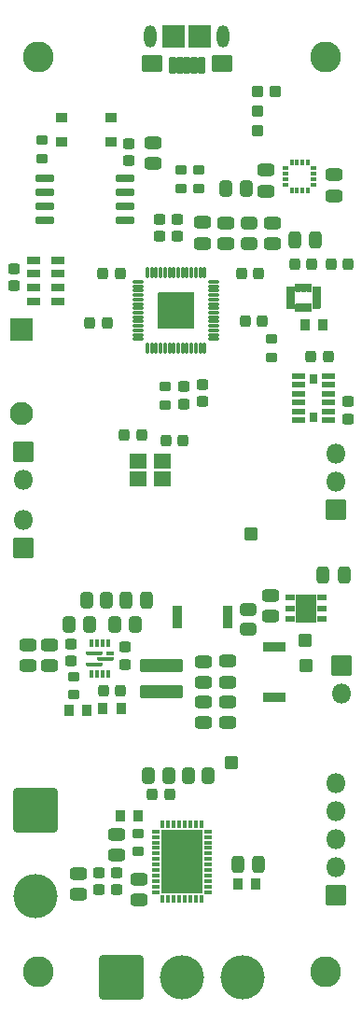
<source format=gbr>
%TF.GenerationSoftware,KiCad,Pcbnew,8.0.7*%
%TF.CreationDate,2025-01-08T02:27:13-05:00*%
%TF.ProjectId,active-drag-system,61637469-7665-42d6-9472-61672d737973,rev?*%
%TF.SameCoordinates,Original*%
%TF.FileFunction,Soldermask,Top*%
%TF.FilePolarity,Negative*%
%FSLAX46Y46*%
G04 Gerber Fmt 4.6, Leading zero omitted, Abs format (unit mm)*
G04 Created by KiCad (PCBNEW 8.0.7) date 2025-01-08 02:27:13*
%MOMM*%
%LPD*%
G01*
G04 APERTURE LIST*
G04 Aperture macros list*
%AMRoundRect*
0 Rectangle with rounded corners*
0 $1 Rounding radius*
0 $2 $3 $4 $5 $6 $7 $8 $9 X,Y pos of 4 corners*
0 Add a 4 corners polygon primitive as box body*
4,1,4,$2,$3,$4,$5,$6,$7,$8,$9,$2,$3,0*
0 Add four circle primitives for the rounded corners*
1,1,$1+$1,$2,$3*
1,1,$1+$1,$4,$5*
1,1,$1+$1,$6,$7*
1,1,$1+$1,$8,$9*
0 Add four rect primitives between the rounded corners*
20,1,$1+$1,$2,$3,$4,$5,0*
20,1,$1+$1,$4,$5,$6,$7,0*
20,1,$1+$1,$6,$7,$8,$9,0*
20,1,$1+$1,$8,$9,$2,$3,0*%
G04 Aperture macros list end*
%ADD10C,0.000000*%
%ADD11C,0.010000*%
%ADD12RoundRect,0.275400X0.500400X-0.275400X0.500400X0.275400X-0.500400X0.275400X-0.500400X-0.275400X0*%
%ADD13RoundRect,0.256515X-1.744285X-1.744285X1.744285X-1.744285X1.744285X1.744285X-1.744285X1.744285X0*%
%ADD14C,4.001600*%
%ADD15RoundRect,0.050800X-0.546100X-0.304800X0.546100X-0.304800X0.546100X0.304800X-0.546100X0.304800X0*%
%ADD16RoundRect,0.250400X0.275400X-0.250400X0.275400X0.250400X-0.275400X0.250400X-0.275400X-0.250400X0*%
%ADD17RoundRect,0.225400X-0.300400X0.225400X-0.300400X-0.225400X0.300400X-0.225400X0.300400X0.225400X0*%
%ADD18RoundRect,0.050800X-0.762000X-0.266700X0.762000X-0.266700X0.762000X0.266700X-0.762000X0.266700X0*%
%ADD19RoundRect,0.050800X0.406400X0.952500X-0.406400X0.952500X-0.406400X-0.952500X0.406400X-0.952500X0*%
%ADD20RoundRect,0.050800X-0.558900X0.224600X-0.558900X-0.224600X0.558900X-0.224600X0.558900X0.224600X0*%
%ADD21RoundRect,0.050800X0.250000X0.406500X-0.250000X0.406500X-0.250000X-0.406500X0.250000X-0.406500X0*%
%ADD22RoundRect,0.274780X-0.288520X-0.476020X0.288520X-0.476020X0.288520X0.476020X-0.288520X0.476020X0*%
%ADD23RoundRect,0.250400X-0.275400X0.250400X-0.275400X-0.250400X0.275400X-0.250400X0.275400X0.250400X0*%
%ADD24RoundRect,0.050800X-0.500000X-0.500000X0.500000X-0.500000X0.500000X0.500000X-0.500000X0.500000X0*%
%ADD25RoundRect,0.225400X-0.225400X-0.300400X0.225400X-0.300400X0.225400X0.300400X-0.225400X0.300400X0*%
%ADD26RoundRect,0.250400X-0.250400X-0.275400X0.250400X-0.275400X0.250400X0.275400X-0.250400X0.275400X0*%
%ADD27RoundRect,0.225400X0.300400X-0.225400X0.300400X0.225400X-0.300400X0.225400X-0.300400X-0.225400X0*%
%ADD28RoundRect,0.274780X0.288520X0.476020X-0.288520X0.476020X-0.288520X-0.476020X0.288520X-0.476020X0*%
%ADD29RoundRect,0.275400X-0.500400X0.275400X-0.500400X-0.275400X0.500400X-0.275400X0.500400X0.275400X0*%
%ADD30RoundRect,0.050800X-0.850000X-0.850000X0.850000X-0.850000X0.850000X0.850000X-0.850000X0.850000X0*%
%ADD31O,1.801600X1.801600*%
%ADD32RoundRect,0.225400X0.225400X0.300400X-0.225400X0.300400X-0.225400X-0.300400X0.225400X-0.300400X0*%
%ADD33RoundRect,0.250400X0.250400X0.275400X-0.250400X0.275400X-0.250400X-0.275400X0.250400X-0.275400X0*%
%ADD34C,2.801600*%
%ADD35RoundRect,0.256515X-1.744285X1.744285X-1.744285X-1.744285X1.744285X-1.744285X1.744285X1.744285X0*%
%ADD36RoundRect,0.050800X0.299999X-0.124999X0.299999X0.124999X-0.299999X0.124999X-0.299999X-0.124999X0*%
%ADD37RoundRect,0.050800X-0.124999X-0.299999X0.124999X-0.299999X0.124999X0.299999X-0.124999X0.299999X0*%
%ADD38RoundRect,0.050800X-1.850000X-2.849999X1.850000X-2.849999X1.850000X2.849999X-1.850000X2.849999X0*%
%ADD39RoundRect,0.050800X0.850000X0.850000X-0.850000X0.850000X-0.850000X-0.850000X0.850000X-0.850000X0*%
%ADD40RoundRect,0.050800X0.406400X0.203200X-0.406400X0.203200X-0.406400X-0.203200X0.406400X-0.203200X0*%
%ADD41RoundRect,0.050800X0.876300X1.244600X-0.876300X1.244600X-0.876300X-1.244600X0.876300X-1.244600X0*%
%ADD42RoundRect,0.102000X0.400000X0.400000X-0.400000X0.400000X-0.400000X-0.400000X0.400000X-0.400000X0*%
%ADD43RoundRect,0.275400X0.275400X0.500400X-0.275400X0.500400X-0.275400X-0.500400X0.275400X-0.500400X0*%
%ADD44RoundRect,0.102000X0.700000X-0.600000X0.700000X0.600000X-0.700000X0.600000X-0.700000X-0.600000X0*%
%ADD45RoundRect,0.050800X-0.698500X-0.127000X0.698500X-0.127000X0.698500X0.127000X-0.698500X0.127000X0*%
%ADD46RoundRect,0.050800X0.127000X-0.304800X0.127000X0.304800X-0.127000X0.304800X-0.127000X-0.304800X0*%
%ADD47RoundRect,0.050800X-0.304800X-0.127000X0.304800X-0.127000X0.304800X0.127000X-0.304800X0.127000X0*%
%ADD48RoundRect,0.050800X-0.495300X-0.355600X0.495300X-0.355600X0.495300X0.355600X-0.495300X0.355600X0*%
%ADD49RoundRect,0.075400X-0.412900X-0.075400X0.412900X-0.075400X0.412900X0.075400X-0.412900X0.075400X0*%
%ADD50RoundRect,0.075400X-0.075400X-0.412900X0.075400X-0.412900X0.075400X0.412900X-0.075400X0.412900X0*%
%ADD51RoundRect,0.050800X-1.600000X-1.600000X1.600000X-1.600000X1.600000X1.600000X-1.600000X1.600000X0*%
%ADD52RoundRect,0.102000X-1.850000X0.490000X-1.850000X-0.490000X1.850000X-0.490000X1.850000X0.490000X0*%
%ADD53RoundRect,0.274780X0.476020X-0.288520X0.476020X0.288520X-0.476020X0.288520X-0.476020X-0.288520X0*%
%ADD54RoundRect,0.102000X0.200000X0.675000X-0.200000X0.675000X-0.200000X-0.675000X0.200000X-0.675000X0*%
%ADD55RoundRect,0.102000X0.800000X0.700000X-0.800000X0.700000X-0.800000X-0.700000X0.800000X-0.700000X0*%
%ADD56RoundRect,0.102000X0.950000X0.950000X-0.950000X0.950000X-0.950000X-0.950000X0.950000X-0.950000X0*%
%ADD57O,1.104000X2.004000*%
%ADD58RoundRect,0.274780X-0.476020X0.288520X-0.476020X-0.288520X0.476020X-0.288520X0.476020X0.288520X0*%
%ADD59RoundRect,0.275400X-0.275400X-0.500400X0.275400X-0.500400X0.275400X0.500400X-0.275400X0.500400X0*%
%ADD60RoundRect,0.262900X0.262900X-0.275400X0.262900X0.275400X-0.262900X0.275400X-0.262900X-0.275400X0*%
%ADD61RoundRect,0.050800X-0.952500X0.406400X-0.952500X-0.406400X0.952500X-0.406400X0.952500X0.406400X0*%
%ADD62RoundRect,0.050800X-0.228600X0.152400X-0.228600X-0.152400X0.228600X-0.152400X0.228600X0.152400X0*%
%ADD63RoundRect,0.050800X0.152400X0.228600X-0.152400X0.228600X-0.152400X-0.228600X0.152400X-0.228600X0*%
%ADD64RoundRect,0.050800X-1.000000X1.000000X-1.000000X-1.000000X1.000000X-1.000000X1.000000X1.000000X0*%
%ADD65C,2.101600*%
G04 APERTURE END LIST*
D10*
%TO.C,U6*%
G36*
X135046100Y-82729800D02*
G01*
X133953900Y-82729800D01*
X133953900Y-82120200D01*
X135046100Y-82120200D01*
X135046100Y-82729800D01*
G37*
G36*
X135046100Y-83979800D02*
G01*
X133953900Y-83979800D01*
X133953900Y-83370200D01*
X135046100Y-83370200D01*
X135046100Y-83979800D01*
G37*
G36*
X135046100Y-85229800D02*
G01*
X133953900Y-85229800D01*
X133953900Y-84620200D01*
X135046100Y-84620200D01*
X135046100Y-85229800D01*
G37*
G36*
X135046100Y-86479800D02*
G01*
X133953900Y-86479800D01*
X133953900Y-85870200D01*
X135046100Y-85870200D01*
X135046100Y-86479800D01*
G37*
G36*
X137246100Y-82729800D02*
G01*
X136153900Y-82729800D01*
X136153900Y-82120200D01*
X137246100Y-82120200D01*
X137246100Y-82729800D01*
G37*
G36*
X137246100Y-83979800D02*
G01*
X136153900Y-83979800D01*
X136153900Y-83370200D01*
X137246100Y-83370200D01*
X137246100Y-83979800D01*
G37*
G36*
X137246100Y-85229800D02*
G01*
X136153900Y-85229800D01*
X136153900Y-84620200D01*
X137246100Y-84620200D01*
X137246100Y-85229800D01*
G37*
G36*
X137246100Y-86479800D02*
G01*
X136153900Y-86479800D01*
X136153900Y-85870200D01*
X137246100Y-85870200D01*
X137246100Y-86479800D01*
G37*
D11*
%TO.C,U8*%
X158117000Y-85316000D02*
X158121000Y-85317000D01*
X158124000Y-85318000D01*
X158128000Y-85319000D01*
X158132000Y-85320000D01*
X158136000Y-85321000D01*
X158139000Y-85323000D01*
X158143000Y-85325000D01*
X158146000Y-85327000D01*
X158149000Y-85329000D01*
X158152000Y-85332000D01*
X158155000Y-85334000D01*
X158158000Y-85337000D01*
X158161000Y-85340000D01*
X158163000Y-85343000D01*
X158166000Y-85346000D01*
X158168000Y-85349000D01*
X158170000Y-85353000D01*
X158172000Y-85356000D01*
X158174000Y-85359000D01*
X158175000Y-85363000D01*
X158176000Y-85367000D01*
X158177000Y-85371000D01*
X158178000Y-85374000D01*
X158179000Y-85378000D01*
X158180000Y-85382000D01*
X158180000Y-85386000D01*
X158180000Y-85390000D01*
X158180000Y-85690000D01*
X158180000Y-85694000D01*
X158180000Y-85698000D01*
X158179000Y-85702000D01*
X158178000Y-85706000D01*
X158177000Y-85709000D01*
X158176000Y-85713000D01*
X158175000Y-85717000D01*
X158174000Y-85721000D01*
X158172000Y-85724000D01*
X158170000Y-85727000D01*
X158168000Y-85731000D01*
X158166000Y-85734000D01*
X158163000Y-85737000D01*
X158161000Y-85740000D01*
X158158000Y-85743000D01*
X158155000Y-85746000D01*
X158152000Y-85748000D01*
X158149000Y-85751000D01*
X158146000Y-85753000D01*
X158143000Y-85755000D01*
X158139000Y-85757000D01*
X158136000Y-85759000D01*
X158132000Y-85760000D01*
X158128000Y-85761000D01*
X158124000Y-85762000D01*
X158121000Y-85763000D01*
X158117000Y-85764000D01*
X158113000Y-85765000D01*
X158109000Y-85765000D01*
X158105000Y-85765000D01*
X157575000Y-85765000D01*
X157571000Y-85765000D01*
X157567000Y-85765000D01*
X157563000Y-85764000D01*
X157559000Y-85763000D01*
X157556000Y-85762000D01*
X157552000Y-85761000D01*
X157548000Y-85760000D01*
X157544000Y-85759000D01*
X157541000Y-85757000D01*
X157538000Y-85755000D01*
X157534000Y-85753000D01*
X157531000Y-85751000D01*
X157528000Y-85748000D01*
X157525000Y-85746000D01*
X157522000Y-85743000D01*
X157519000Y-85740000D01*
X157517000Y-85737000D01*
X157514000Y-85734000D01*
X157512000Y-85731000D01*
X157510000Y-85728000D01*
X157508000Y-85724000D01*
X157506000Y-85721000D01*
X157505000Y-85717000D01*
X157504000Y-85713000D01*
X157503000Y-85709000D01*
X157502000Y-85706000D01*
X157501000Y-85702000D01*
X157500000Y-85698000D01*
X157500000Y-85694000D01*
X157500000Y-85690000D01*
X157500000Y-85390000D01*
X157500000Y-85386000D01*
X157500000Y-85382000D01*
X157501000Y-85378000D01*
X157502000Y-85374000D01*
X157503000Y-85371000D01*
X157504000Y-85367000D01*
X157505000Y-85363000D01*
X157506000Y-85359000D01*
X157508000Y-85356000D01*
X157510000Y-85352000D01*
X157512000Y-85349000D01*
X157514000Y-85346000D01*
X157517000Y-85343000D01*
X157519000Y-85340000D01*
X157522000Y-85337000D01*
X157525000Y-85334000D01*
X157528000Y-85332000D01*
X157531000Y-85329000D01*
X157534000Y-85327000D01*
X157538000Y-85325000D01*
X157541000Y-85323000D01*
X157544000Y-85321000D01*
X157548000Y-85320000D01*
X157552000Y-85319000D01*
X157556000Y-85318000D01*
X157559000Y-85317000D01*
X157563000Y-85316000D01*
X157567000Y-85315000D01*
X157571000Y-85315000D01*
X157575000Y-85315000D01*
X158105000Y-85315000D01*
X158109000Y-85315000D01*
X158113000Y-85315000D01*
X158117000Y-85316000D01*
G36*
X158117000Y-85316000D02*
G01*
X158121000Y-85317000D01*
X158124000Y-85318000D01*
X158128000Y-85319000D01*
X158132000Y-85320000D01*
X158136000Y-85321000D01*
X158139000Y-85323000D01*
X158143000Y-85325000D01*
X158146000Y-85327000D01*
X158149000Y-85329000D01*
X158152000Y-85332000D01*
X158155000Y-85334000D01*
X158158000Y-85337000D01*
X158161000Y-85340000D01*
X158163000Y-85343000D01*
X158166000Y-85346000D01*
X158168000Y-85349000D01*
X158170000Y-85353000D01*
X158172000Y-85356000D01*
X158174000Y-85359000D01*
X158175000Y-85363000D01*
X158176000Y-85367000D01*
X158177000Y-85371000D01*
X158178000Y-85374000D01*
X158179000Y-85378000D01*
X158180000Y-85382000D01*
X158180000Y-85386000D01*
X158180000Y-85390000D01*
X158180000Y-85690000D01*
X158180000Y-85694000D01*
X158180000Y-85698000D01*
X158179000Y-85702000D01*
X158178000Y-85706000D01*
X158177000Y-85709000D01*
X158176000Y-85713000D01*
X158175000Y-85717000D01*
X158174000Y-85721000D01*
X158172000Y-85724000D01*
X158170000Y-85727000D01*
X158168000Y-85731000D01*
X158166000Y-85734000D01*
X158163000Y-85737000D01*
X158161000Y-85740000D01*
X158158000Y-85743000D01*
X158155000Y-85746000D01*
X158152000Y-85748000D01*
X158149000Y-85751000D01*
X158146000Y-85753000D01*
X158143000Y-85755000D01*
X158139000Y-85757000D01*
X158136000Y-85759000D01*
X158132000Y-85760000D01*
X158128000Y-85761000D01*
X158124000Y-85762000D01*
X158121000Y-85763000D01*
X158117000Y-85764000D01*
X158113000Y-85765000D01*
X158109000Y-85765000D01*
X158105000Y-85765000D01*
X157575000Y-85765000D01*
X157571000Y-85765000D01*
X157567000Y-85765000D01*
X157563000Y-85764000D01*
X157559000Y-85763000D01*
X157556000Y-85762000D01*
X157552000Y-85761000D01*
X157548000Y-85760000D01*
X157544000Y-85759000D01*
X157541000Y-85757000D01*
X157538000Y-85755000D01*
X157534000Y-85753000D01*
X157531000Y-85751000D01*
X157528000Y-85748000D01*
X157525000Y-85746000D01*
X157522000Y-85743000D01*
X157519000Y-85740000D01*
X157517000Y-85737000D01*
X157514000Y-85734000D01*
X157512000Y-85731000D01*
X157510000Y-85728000D01*
X157508000Y-85724000D01*
X157506000Y-85721000D01*
X157505000Y-85717000D01*
X157504000Y-85713000D01*
X157503000Y-85709000D01*
X157502000Y-85706000D01*
X157501000Y-85702000D01*
X157500000Y-85698000D01*
X157500000Y-85694000D01*
X157500000Y-85690000D01*
X157500000Y-85390000D01*
X157500000Y-85386000D01*
X157500000Y-85382000D01*
X157501000Y-85378000D01*
X157502000Y-85374000D01*
X157503000Y-85371000D01*
X157504000Y-85367000D01*
X157505000Y-85363000D01*
X157506000Y-85359000D01*
X157508000Y-85356000D01*
X157510000Y-85352000D01*
X157512000Y-85349000D01*
X157514000Y-85346000D01*
X157517000Y-85343000D01*
X157519000Y-85340000D01*
X157522000Y-85337000D01*
X157525000Y-85334000D01*
X157528000Y-85332000D01*
X157531000Y-85329000D01*
X157534000Y-85327000D01*
X157538000Y-85325000D01*
X157541000Y-85323000D01*
X157544000Y-85321000D01*
X157548000Y-85320000D01*
X157552000Y-85319000D01*
X157556000Y-85318000D01*
X157559000Y-85317000D01*
X157563000Y-85316000D01*
X157567000Y-85315000D01*
X157571000Y-85315000D01*
X157575000Y-85315000D01*
X158105000Y-85315000D01*
X158109000Y-85315000D01*
X158113000Y-85315000D01*
X158117000Y-85316000D01*
G37*
X158117000Y-85816000D02*
X158121000Y-85817000D01*
X158124000Y-85818000D01*
X158128000Y-85819000D01*
X158132000Y-85820000D01*
X158136000Y-85821000D01*
X158139000Y-85823000D01*
X158143000Y-85825000D01*
X158146000Y-85827000D01*
X158149000Y-85829000D01*
X158152000Y-85832000D01*
X158155000Y-85834000D01*
X158158000Y-85837000D01*
X158161000Y-85840000D01*
X158163000Y-85843000D01*
X158166000Y-85846000D01*
X158168000Y-85849000D01*
X158170000Y-85853000D01*
X158172000Y-85856000D01*
X158174000Y-85859000D01*
X158175000Y-85863000D01*
X158176000Y-85867000D01*
X158177000Y-85871000D01*
X158178000Y-85874000D01*
X158179000Y-85878000D01*
X158180000Y-85882000D01*
X158180000Y-85886000D01*
X158180000Y-85890000D01*
X158180000Y-86190000D01*
X158180000Y-86194000D01*
X158180000Y-86198000D01*
X158179000Y-86202000D01*
X158178000Y-86206000D01*
X158177000Y-86209000D01*
X158176000Y-86213000D01*
X158175000Y-86217000D01*
X158174000Y-86221000D01*
X158172000Y-86224000D01*
X158170000Y-86227000D01*
X158168000Y-86231000D01*
X158166000Y-86234000D01*
X158163000Y-86237000D01*
X158161000Y-86240000D01*
X158158000Y-86243000D01*
X158155000Y-86246000D01*
X158152000Y-86248000D01*
X158149000Y-86251000D01*
X158146000Y-86253000D01*
X158143000Y-86255000D01*
X158139000Y-86257000D01*
X158136000Y-86259000D01*
X158132000Y-86260000D01*
X158128000Y-86261000D01*
X158124000Y-86262000D01*
X158121000Y-86263000D01*
X158117000Y-86264000D01*
X158113000Y-86265000D01*
X158109000Y-86265000D01*
X158105000Y-86265000D01*
X157575000Y-86265000D01*
X157571000Y-86265000D01*
X157567000Y-86265000D01*
X157563000Y-86264000D01*
X157559000Y-86263000D01*
X157556000Y-86262000D01*
X157552000Y-86261000D01*
X157548000Y-86260000D01*
X157544000Y-86259000D01*
X157541000Y-86257000D01*
X157538000Y-86255000D01*
X157534000Y-86253000D01*
X157531000Y-86251000D01*
X157528000Y-86248000D01*
X157525000Y-86246000D01*
X157522000Y-86243000D01*
X157519000Y-86240000D01*
X157517000Y-86237000D01*
X157514000Y-86234000D01*
X157512000Y-86231000D01*
X157510000Y-86228000D01*
X157508000Y-86224000D01*
X157506000Y-86221000D01*
X157505000Y-86217000D01*
X157504000Y-86213000D01*
X157503000Y-86209000D01*
X157502000Y-86206000D01*
X157501000Y-86202000D01*
X157500000Y-86198000D01*
X157500000Y-86194000D01*
X157500000Y-86190000D01*
X157500000Y-85890000D01*
X157500000Y-85886000D01*
X157500000Y-85882000D01*
X157501000Y-85878000D01*
X157502000Y-85874000D01*
X157503000Y-85871000D01*
X157504000Y-85867000D01*
X157505000Y-85863000D01*
X157506000Y-85859000D01*
X157508000Y-85856000D01*
X157510000Y-85852000D01*
X157512000Y-85849000D01*
X157514000Y-85846000D01*
X157517000Y-85843000D01*
X157519000Y-85840000D01*
X157522000Y-85837000D01*
X157525000Y-85834000D01*
X157528000Y-85832000D01*
X157531000Y-85829000D01*
X157534000Y-85827000D01*
X157538000Y-85825000D01*
X157541000Y-85823000D01*
X157544000Y-85821000D01*
X157548000Y-85820000D01*
X157552000Y-85819000D01*
X157556000Y-85818000D01*
X157559000Y-85817000D01*
X157563000Y-85816000D01*
X157567000Y-85815000D01*
X157571000Y-85815000D01*
X157575000Y-85815000D01*
X158105000Y-85815000D01*
X158109000Y-85815000D01*
X158113000Y-85815000D01*
X158117000Y-85816000D01*
G36*
X158117000Y-85816000D02*
G01*
X158121000Y-85817000D01*
X158124000Y-85818000D01*
X158128000Y-85819000D01*
X158132000Y-85820000D01*
X158136000Y-85821000D01*
X158139000Y-85823000D01*
X158143000Y-85825000D01*
X158146000Y-85827000D01*
X158149000Y-85829000D01*
X158152000Y-85832000D01*
X158155000Y-85834000D01*
X158158000Y-85837000D01*
X158161000Y-85840000D01*
X158163000Y-85843000D01*
X158166000Y-85846000D01*
X158168000Y-85849000D01*
X158170000Y-85853000D01*
X158172000Y-85856000D01*
X158174000Y-85859000D01*
X158175000Y-85863000D01*
X158176000Y-85867000D01*
X158177000Y-85871000D01*
X158178000Y-85874000D01*
X158179000Y-85878000D01*
X158180000Y-85882000D01*
X158180000Y-85886000D01*
X158180000Y-85890000D01*
X158180000Y-86190000D01*
X158180000Y-86194000D01*
X158180000Y-86198000D01*
X158179000Y-86202000D01*
X158178000Y-86206000D01*
X158177000Y-86209000D01*
X158176000Y-86213000D01*
X158175000Y-86217000D01*
X158174000Y-86221000D01*
X158172000Y-86224000D01*
X158170000Y-86227000D01*
X158168000Y-86231000D01*
X158166000Y-86234000D01*
X158163000Y-86237000D01*
X158161000Y-86240000D01*
X158158000Y-86243000D01*
X158155000Y-86246000D01*
X158152000Y-86248000D01*
X158149000Y-86251000D01*
X158146000Y-86253000D01*
X158143000Y-86255000D01*
X158139000Y-86257000D01*
X158136000Y-86259000D01*
X158132000Y-86260000D01*
X158128000Y-86261000D01*
X158124000Y-86262000D01*
X158121000Y-86263000D01*
X158117000Y-86264000D01*
X158113000Y-86265000D01*
X158109000Y-86265000D01*
X158105000Y-86265000D01*
X157575000Y-86265000D01*
X157571000Y-86265000D01*
X157567000Y-86265000D01*
X157563000Y-86264000D01*
X157559000Y-86263000D01*
X157556000Y-86262000D01*
X157552000Y-86261000D01*
X157548000Y-86260000D01*
X157544000Y-86259000D01*
X157541000Y-86257000D01*
X157538000Y-86255000D01*
X157534000Y-86253000D01*
X157531000Y-86251000D01*
X157528000Y-86248000D01*
X157525000Y-86246000D01*
X157522000Y-86243000D01*
X157519000Y-86240000D01*
X157517000Y-86237000D01*
X157514000Y-86234000D01*
X157512000Y-86231000D01*
X157510000Y-86228000D01*
X157508000Y-86224000D01*
X157506000Y-86221000D01*
X157505000Y-86217000D01*
X157504000Y-86213000D01*
X157503000Y-86209000D01*
X157502000Y-86206000D01*
X157501000Y-86202000D01*
X157500000Y-86198000D01*
X157500000Y-86194000D01*
X157500000Y-86190000D01*
X157500000Y-85890000D01*
X157500000Y-85886000D01*
X157500000Y-85882000D01*
X157501000Y-85878000D01*
X157502000Y-85874000D01*
X157503000Y-85871000D01*
X157504000Y-85867000D01*
X157505000Y-85863000D01*
X157506000Y-85859000D01*
X157508000Y-85856000D01*
X157510000Y-85852000D01*
X157512000Y-85849000D01*
X157514000Y-85846000D01*
X157517000Y-85843000D01*
X157519000Y-85840000D01*
X157522000Y-85837000D01*
X157525000Y-85834000D01*
X157528000Y-85832000D01*
X157531000Y-85829000D01*
X157534000Y-85827000D01*
X157538000Y-85825000D01*
X157541000Y-85823000D01*
X157544000Y-85821000D01*
X157548000Y-85820000D01*
X157552000Y-85819000D01*
X157556000Y-85818000D01*
X157559000Y-85817000D01*
X157563000Y-85816000D01*
X157567000Y-85815000D01*
X157571000Y-85815000D01*
X157575000Y-85815000D01*
X158105000Y-85815000D01*
X158109000Y-85815000D01*
X158113000Y-85815000D01*
X158117000Y-85816000D01*
G37*
X158117000Y-86316000D02*
X158121000Y-86317000D01*
X158124000Y-86318000D01*
X158128000Y-86319000D01*
X158132000Y-86320000D01*
X158136000Y-86321000D01*
X158139000Y-86323000D01*
X158143000Y-86325000D01*
X158146000Y-86327000D01*
X158149000Y-86329000D01*
X158152000Y-86332000D01*
X158155000Y-86334000D01*
X158158000Y-86337000D01*
X158161000Y-86340000D01*
X158163000Y-86343000D01*
X158166000Y-86346000D01*
X158168000Y-86349000D01*
X158170000Y-86353000D01*
X158172000Y-86356000D01*
X158174000Y-86359000D01*
X158175000Y-86363000D01*
X158176000Y-86367000D01*
X158177000Y-86371000D01*
X158178000Y-86374000D01*
X158179000Y-86378000D01*
X158180000Y-86382000D01*
X158180000Y-86386000D01*
X158180000Y-86390000D01*
X158180000Y-86690000D01*
X158180000Y-86694000D01*
X158180000Y-86698000D01*
X158179000Y-86702000D01*
X158178000Y-86706000D01*
X158177000Y-86709000D01*
X158176000Y-86713000D01*
X158175000Y-86717000D01*
X158174000Y-86721000D01*
X158172000Y-86724000D01*
X158170000Y-86727000D01*
X158168000Y-86731000D01*
X158166000Y-86734000D01*
X158163000Y-86737000D01*
X158161000Y-86740000D01*
X158158000Y-86743000D01*
X158155000Y-86746000D01*
X158152000Y-86748000D01*
X158149000Y-86751000D01*
X158146000Y-86753000D01*
X158143000Y-86755000D01*
X158139000Y-86757000D01*
X158136000Y-86759000D01*
X158132000Y-86760000D01*
X158128000Y-86761000D01*
X158124000Y-86762000D01*
X158121000Y-86763000D01*
X158117000Y-86764000D01*
X158113000Y-86765000D01*
X158109000Y-86765000D01*
X158105000Y-86765000D01*
X157575000Y-86765000D01*
X157571000Y-86765000D01*
X157567000Y-86765000D01*
X157563000Y-86764000D01*
X157559000Y-86763000D01*
X157556000Y-86762000D01*
X157552000Y-86761000D01*
X157548000Y-86760000D01*
X157544000Y-86759000D01*
X157541000Y-86757000D01*
X157538000Y-86755000D01*
X157534000Y-86753000D01*
X157531000Y-86751000D01*
X157528000Y-86748000D01*
X157525000Y-86746000D01*
X157522000Y-86743000D01*
X157519000Y-86740000D01*
X157517000Y-86737000D01*
X157514000Y-86734000D01*
X157512000Y-86731000D01*
X157510000Y-86728000D01*
X157508000Y-86724000D01*
X157506000Y-86721000D01*
X157505000Y-86717000D01*
X157504000Y-86713000D01*
X157503000Y-86709000D01*
X157502000Y-86706000D01*
X157501000Y-86702000D01*
X157500000Y-86698000D01*
X157500000Y-86694000D01*
X157500000Y-86690000D01*
X157500000Y-86390000D01*
X157500000Y-86386000D01*
X157500000Y-86382000D01*
X157501000Y-86378000D01*
X157502000Y-86374000D01*
X157503000Y-86371000D01*
X157504000Y-86367000D01*
X157505000Y-86363000D01*
X157506000Y-86359000D01*
X157508000Y-86356000D01*
X157510000Y-86353000D01*
X157512000Y-86349000D01*
X157514000Y-86346000D01*
X157517000Y-86343000D01*
X157519000Y-86340000D01*
X157522000Y-86337000D01*
X157525000Y-86334000D01*
X157528000Y-86332000D01*
X157531000Y-86329000D01*
X157534000Y-86327000D01*
X157538000Y-86325000D01*
X157541000Y-86323000D01*
X157544000Y-86321000D01*
X157548000Y-86320000D01*
X157552000Y-86319000D01*
X157556000Y-86318000D01*
X157559000Y-86317000D01*
X157563000Y-86316000D01*
X157567000Y-86315000D01*
X157571000Y-86315000D01*
X157575000Y-86315000D01*
X158105000Y-86315000D01*
X158109000Y-86315000D01*
X158113000Y-86315000D01*
X158117000Y-86316000D01*
G36*
X158117000Y-86316000D02*
G01*
X158121000Y-86317000D01*
X158124000Y-86318000D01*
X158128000Y-86319000D01*
X158132000Y-86320000D01*
X158136000Y-86321000D01*
X158139000Y-86323000D01*
X158143000Y-86325000D01*
X158146000Y-86327000D01*
X158149000Y-86329000D01*
X158152000Y-86332000D01*
X158155000Y-86334000D01*
X158158000Y-86337000D01*
X158161000Y-86340000D01*
X158163000Y-86343000D01*
X158166000Y-86346000D01*
X158168000Y-86349000D01*
X158170000Y-86353000D01*
X158172000Y-86356000D01*
X158174000Y-86359000D01*
X158175000Y-86363000D01*
X158176000Y-86367000D01*
X158177000Y-86371000D01*
X158178000Y-86374000D01*
X158179000Y-86378000D01*
X158180000Y-86382000D01*
X158180000Y-86386000D01*
X158180000Y-86390000D01*
X158180000Y-86690000D01*
X158180000Y-86694000D01*
X158180000Y-86698000D01*
X158179000Y-86702000D01*
X158178000Y-86706000D01*
X158177000Y-86709000D01*
X158176000Y-86713000D01*
X158175000Y-86717000D01*
X158174000Y-86721000D01*
X158172000Y-86724000D01*
X158170000Y-86727000D01*
X158168000Y-86731000D01*
X158166000Y-86734000D01*
X158163000Y-86737000D01*
X158161000Y-86740000D01*
X158158000Y-86743000D01*
X158155000Y-86746000D01*
X158152000Y-86748000D01*
X158149000Y-86751000D01*
X158146000Y-86753000D01*
X158143000Y-86755000D01*
X158139000Y-86757000D01*
X158136000Y-86759000D01*
X158132000Y-86760000D01*
X158128000Y-86761000D01*
X158124000Y-86762000D01*
X158121000Y-86763000D01*
X158117000Y-86764000D01*
X158113000Y-86765000D01*
X158109000Y-86765000D01*
X158105000Y-86765000D01*
X157575000Y-86765000D01*
X157571000Y-86765000D01*
X157567000Y-86765000D01*
X157563000Y-86764000D01*
X157559000Y-86763000D01*
X157556000Y-86762000D01*
X157552000Y-86761000D01*
X157548000Y-86760000D01*
X157544000Y-86759000D01*
X157541000Y-86757000D01*
X157538000Y-86755000D01*
X157534000Y-86753000D01*
X157531000Y-86751000D01*
X157528000Y-86748000D01*
X157525000Y-86746000D01*
X157522000Y-86743000D01*
X157519000Y-86740000D01*
X157517000Y-86737000D01*
X157514000Y-86734000D01*
X157512000Y-86731000D01*
X157510000Y-86728000D01*
X157508000Y-86724000D01*
X157506000Y-86721000D01*
X157505000Y-86717000D01*
X157504000Y-86713000D01*
X157503000Y-86709000D01*
X157502000Y-86706000D01*
X157501000Y-86702000D01*
X157500000Y-86698000D01*
X157500000Y-86694000D01*
X157500000Y-86690000D01*
X157500000Y-86390000D01*
X157500000Y-86386000D01*
X157500000Y-86382000D01*
X157501000Y-86378000D01*
X157502000Y-86374000D01*
X157503000Y-86371000D01*
X157504000Y-86367000D01*
X157505000Y-86363000D01*
X157506000Y-86359000D01*
X157508000Y-86356000D01*
X157510000Y-86353000D01*
X157512000Y-86349000D01*
X157514000Y-86346000D01*
X157517000Y-86343000D01*
X157519000Y-86340000D01*
X157522000Y-86337000D01*
X157525000Y-86334000D01*
X157528000Y-86332000D01*
X157531000Y-86329000D01*
X157534000Y-86327000D01*
X157538000Y-86325000D01*
X157541000Y-86323000D01*
X157544000Y-86321000D01*
X157548000Y-86320000D01*
X157552000Y-86319000D01*
X157556000Y-86318000D01*
X157559000Y-86317000D01*
X157563000Y-86316000D01*
X157567000Y-86315000D01*
X157571000Y-86315000D01*
X157575000Y-86315000D01*
X158105000Y-86315000D01*
X158109000Y-86315000D01*
X158113000Y-86315000D01*
X158117000Y-86316000D01*
G37*
X158117000Y-84816000D02*
X158121000Y-84817000D01*
X158124000Y-84818000D01*
X158128000Y-84819000D01*
X158132000Y-84820000D01*
X158136000Y-84821000D01*
X158139000Y-84823000D01*
X158143000Y-84825000D01*
X158146000Y-84827000D01*
X158149000Y-84829000D01*
X158152000Y-84832000D01*
X158155000Y-84834000D01*
X158158000Y-84837000D01*
X158161000Y-84840000D01*
X158163000Y-84843000D01*
X158166000Y-84846000D01*
X158168000Y-84849000D01*
X158170000Y-84853000D01*
X158172000Y-84856000D01*
X158174000Y-84859000D01*
X158175000Y-84863000D01*
X158176000Y-84867000D01*
X158177000Y-84871000D01*
X158178000Y-84874000D01*
X158179000Y-84878000D01*
X158180000Y-84882000D01*
X158180000Y-84886000D01*
X158180000Y-84890000D01*
X158180000Y-85190000D01*
X158180000Y-85194000D01*
X158180000Y-85198000D01*
X158179000Y-85202000D01*
X158178000Y-85206000D01*
X158177000Y-85209000D01*
X158176000Y-85213000D01*
X158175000Y-85217000D01*
X158174000Y-85221000D01*
X158172000Y-85224000D01*
X158170000Y-85227000D01*
X158168000Y-85231000D01*
X158166000Y-85234000D01*
X158163000Y-85237000D01*
X158161000Y-85240000D01*
X158158000Y-85243000D01*
X158155000Y-85246000D01*
X158152000Y-85248000D01*
X158149000Y-85251000D01*
X158146000Y-85253000D01*
X158143000Y-85255000D01*
X158139000Y-85257000D01*
X158136000Y-85259000D01*
X158132000Y-85260000D01*
X158128000Y-85261000D01*
X158124000Y-85262000D01*
X158121000Y-85263000D01*
X158117000Y-85264000D01*
X158113000Y-85265000D01*
X158109000Y-85265000D01*
X158105000Y-85265000D01*
X157575000Y-85265000D01*
X157571000Y-85265000D01*
X157567000Y-85265000D01*
X157563000Y-85264000D01*
X157559000Y-85263000D01*
X157556000Y-85262000D01*
X157552000Y-85261000D01*
X157548000Y-85260000D01*
X157544000Y-85259000D01*
X157541000Y-85257000D01*
X157538000Y-85255000D01*
X157534000Y-85253000D01*
X157531000Y-85251000D01*
X157528000Y-85248000D01*
X157525000Y-85246000D01*
X157522000Y-85243000D01*
X157519000Y-85240000D01*
X157517000Y-85237000D01*
X157514000Y-85234000D01*
X157512000Y-85231000D01*
X157510000Y-85227000D01*
X157508000Y-85224000D01*
X157506000Y-85221000D01*
X157505000Y-85217000D01*
X157504000Y-85213000D01*
X157503000Y-85209000D01*
X157502000Y-85206000D01*
X157501000Y-85202000D01*
X157500000Y-85198000D01*
X157500000Y-85194000D01*
X157500000Y-85190000D01*
X157500000Y-84890000D01*
X157500000Y-84886000D01*
X157500000Y-84882000D01*
X157501000Y-84878000D01*
X157502000Y-84874000D01*
X157503000Y-84871000D01*
X157504000Y-84867000D01*
X157505000Y-84863000D01*
X157506000Y-84859000D01*
X157508000Y-84856000D01*
X157510000Y-84852000D01*
X157512000Y-84849000D01*
X157514000Y-84846000D01*
X157517000Y-84843000D01*
X157519000Y-84840000D01*
X157522000Y-84837000D01*
X157525000Y-84834000D01*
X157528000Y-84832000D01*
X157531000Y-84829000D01*
X157534000Y-84827000D01*
X157538000Y-84825000D01*
X157541000Y-84823000D01*
X157544000Y-84821000D01*
X157548000Y-84820000D01*
X157552000Y-84819000D01*
X157556000Y-84818000D01*
X157559000Y-84817000D01*
X157563000Y-84816000D01*
X157567000Y-84815000D01*
X157571000Y-84815000D01*
X157575000Y-84815000D01*
X158105000Y-84815000D01*
X158109000Y-84815000D01*
X158113000Y-84815000D01*
X158117000Y-84816000D01*
G36*
X158117000Y-84816000D02*
G01*
X158121000Y-84817000D01*
X158124000Y-84818000D01*
X158128000Y-84819000D01*
X158132000Y-84820000D01*
X158136000Y-84821000D01*
X158139000Y-84823000D01*
X158143000Y-84825000D01*
X158146000Y-84827000D01*
X158149000Y-84829000D01*
X158152000Y-84832000D01*
X158155000Y-84834000D01*
X158158000Y-84837000D01*
X158161000Y-84840000D01*
X158163000Y-84843000D01*
X158166000Y-84846000D01*
X158168000Y-84849000D01*
X158170000Y-84853000D01*
X158172000Y-84856000D01*
X158174000Y-84859000D01*
X158175000Y-84863000D01*
X158176000Y-84867000D01*
X158177000Y-84871000D01*
X158178000Y-84874000D01*
X158179000Y-84878000D01*
X158180000Y-84882000D01*
X158180000Y-84886000D01*
X158180000Y-84890000D01*
X158180000Y-85190000D01*
X158180000Y-85194000D01*
X158180000Y-85198000D01*
X158179000Y-85202000D01*
X158178000Y-85206000D01*
X158177000Y-85209000D01*
X158176000Y-85213000D01*
X158175000Y-85217000D01*
X158174000Y-85221000D01*
X158172000Y-85224000D01*
X158170000Y-85227000D01*
X158168000Y-85231000D01*
X158166000Y-85234000D01*
X158163000Y-85237000D01*
X158161000Y-85240000D01*
X158158000Y-85243000D01*
X158155000Y-85246000D01*
X158152000Y-85248000D01*
X158149000Y-85251000D01*
X158146000Y-85253000D01*
X158143000Y-85255000D01*
X158139000Y-85257000D01*
X158136000Y-85259000D01*
X158132000Y-85260000D01*
X158128000Y-85261000D01*
X158124000Y-85262000D01*
X158121000Y-85263000D01*
X158117000Y-85264000D01*
X158113000Y-85265000D01*
X158109000Y-85265000D01*
X158105000Y-85265000D01*
X157575000Y-85265000D01*
X157571000Y-85265000D01*
X157567000Y-85265000D01*
X157563000Y-85264000D01*
X157559000Y-85263000D01*
X157556000Y-85262000D01*
X157552000Y-85261000D01*
X157548000Y-85260000D01*
X157544000Y-85259000D01*
X157541000Y-85257000D01*
X157538000Y-85255000D01*
X157534000Y-85253000D01*
X157531000Y-85251000D01*
X157528000Y-85248000D01*
X157525000Y-85246000D01*
X157522000Y-85243000D01*
X157519000Y-85240000D01*
X157517000Y-85237000D01*
X157514000Y-85234000D01*
X157512000Y-85231000D01*
X157510000Y-85227000D01*
X157508000Y-85224000D01*
X157506000Y-85221000D01*
X157505000Y-85217000D01*
X157504000Y-85213000D01*
X157503000Y-85209000D01*
X157502000Y-85206000D01*
X157501000Y-85202000D01*
X157500000Y-85198000D01*
X157500000Y-85194000D01*
X157500000Y-85190000D01*
X157500000Y-84890000D01*
X157500000Y-84886000D01*
X157500000Y-84882000D01*
X157501000Y-84878000D01*
X157502000Y-84874000D01*
X157503000Y-84871000D01*
X157504000Y-84867000D01*
X157505000Y-84863000D01*
X157506000Y-84859000D01*
X157508000Y-84856000D01*
X157510000Y-84852000D01*
X157512000Y-84849000D01*
X157514000Y-84846000D01*
X157517000Y-84843000D01*
X157519000Y-84840000D01*
X157522000Y-84837000D01*
X157525000Y-84834000D01*
X157528000Y-84832000D01*
X157531000Y-84829000D01*
X157534000Y-84827000D01*
X157538000Y-84825000D01*
X157541000Y-84823000D01*
X157544000Y-84821000D01*
X157548000Y-84820000D01*
X157552000Y-84819000D01*
X157556000Y-84818000D01*
X157559000Y-84817000D01*
X157563000Y-84816000D01*
X157567000Y-84815000D01*
X157571000Y-84815000D01*
X157575000Y-84815000D01*
X158105000Y-84815000D01*
X158109000Y-84815000D01*
X158113000Y-84815000D01*
X158117000Y-84816000D01*
G37*
X158662000Y-84541000D02*
X158666000Y-84542000D01*
X158669000Y-84543000D01*
X158673000Y-84544000D01*
X158677000Y-84545000D01*
X158681000Y-84546000D01*
X158684000Y-84548000D01*
X158687000Y-84550000D01*
X158691000Y-84552000D01*
X158694000Y-84554000D01*
X158697000Y-84557000D01*
X158700000Y-84559000D01*
X158703000Y-84562000D01*
X158706000Y-84565000D01*
X158708000Y-84568000D01*
X158711000Y-84571000D01*
X158713000Y-84574000D01*
X158715000Y-84578000D01*
X158717000Y-84581000D01*
X158719000Y-84584000D01*
X158720000Y-84588000D01*
X158721000Y-84592000D01*
X158722000Y-84596000D01*
X158723000Y-84599000D01*
X158724000Y-84603000D01*
X158725000Y-84607000D01*
X158725000Y-84611000D01*
X158725000Y-84615000D01*
X158725000Y-85145000D01*
X158725000Y-85149000D01*
X158725000Y-85153000D01*
X158724000Y-85157000D01*
X158723000Y-85161000D01*
X158722000Y-85164000D01*
X158721000Y-85168000D01*
X158720000Y-85172000D01*
X158719000Y-85176000D01*
X158717000Y-85179000D01*
X158715000Y-85183000D01*
X158713000Y-85186000D01*
X158711000Y-85189000D01*
X158708000Y-85192000D01*
X158706000Y-85195000D01*
X158703000Y-85198000D01*
X158700000Y-85201000D01*
X158697000Y-85203000D01*
X158694000Y-85206000D01*
X158691000Y-85208000D01*
X158687000Y-85210000D01*
X158684000Y-85212000D01*
X158681000Y-85214000D01*
X158677000Y-85215000D01*
X158673000Y-85216000D01*
X158669000Y-85217000D01*
X158666000Y-85218000D01*
X158662000Y-85219000D01*
X158658000Y-85220000D01*
X158654000Y-85220000D01*
X158650000Y-85220000D01*
X158350000Y-85220000D01*
X158346000Y-85220000D01*
X158342000Y-85220000D01*
X158338000Y-85219000D01*
X158334000Y-85218000D01*
X158331000Y-85217000D01*
X158327000Y-85216000D01*
X158323000Y-85215000D01*
X158319000Y-85214000D01*
X158316000Y-85212000D01*
X158313000Y-85210000D01*
X158309000Y-85208000D01*
X158306000Y-85206000D01*
X158303000Y-85203000D01*
X158300000Y-85201000D01*
X158297000Y-85198000D01*
X158294000Y-85195000D01*
X158292000Y-85192000D01*
X158289000Y-85189000D01*
X158287000Y-85186000D01*
X158285000Y-85183000D01*
X158283000Y-85179000D01*
X158281000Y-85176000D01*
X158280000Y-85172000D01*
X158279000Y-85168000D01*
X158278000Y-85164000D01*
X158277000Y-85161000D01*
X158276000Y-85157000D01*
X158275000Y-85153000D01*
X158275000Y-85149000D01*
X158275000Y-85145000D01*
X158275000Y-84615000D01*
X158275000Y-84611000D01*
X158275000Y-84607000D01*
X158276000Y-84603000D01*
X158277000Y-84599000D01*
X158278000Y-84596000D01*
X158279000Y-84592000D01*
X158280000Y-84588000D01*
X158281000Y-84584000D01*
X158283000Y-84581000D01*
X158285000Y-84578000D01*
X158287000Y-84574000D01*
X158289000Y-84571000D01*
X158292000Y-84568000D01*
X158294000Y-84565000D01*
X158297000Y-84562000D01*
X158300000Y-84559000D01*
X158303000Y-84557000D01*
X158306000Y-84554000D01*
X158309000Y-84552000D01*
X158312000Y-84550000D01*
X158316000Y-84548000D01*
X158319000Y-84546000D01*
X158323000Y-84545000D01*
X158327000Y-84544000D01*
X158331000Y-84543000D01*
X158334000Y-84542000D01*
X158338000Y-84541000D01*
X158342000Y-84540000D01*
X158346000Y-84540000D01*
X158350000Y-84540000D01*
X158650000Y-84540000D01*
X158654000Y-84540000D01*
X158658000Y-84540000D01*
X158662000Y-84541000D01*
G36*
X158662000Y-84541000D02*
G01*
X158666000Y-84542000D01*
X158669000Y-84543000D01*
X158673000Y-84544000D01*
X158677000Y-84545000D01*
X158681000Y-84546000D01*
X158684000Y-84548000D01*
X158687000Y-84550000D01*
X158691000Y-84552000D01*
X158694000Y-84554000D01*
X158697000Y-84557000D01*
X158700000Y-84559000D01*
X158703000Y-84562000D01*
X158706000Y-84565000D01*
X158708000Y-84568000D01*
X158711000Y-84571000D01*
X158713000Y-84574000D01*
X158715000Y-84578000D01*
X158717000Y-84581000D01*
X158719000Y-84584000D01*
X158720000Y-84588000D01*
X158721000Y-84592000D01*
X158722000Y-84596000D01*
X158723000Y-84599000D01*
X158724000Y-84603000D01*
X158725000Y-84607000D01*
X158725000Y-84611000D01*
X158725000Y-84615000D01*
X158725000Y-85145000D01*
X158725000Y-85149000D01*
X158725000Y-85153000D01*
X158724000Y-85157000D01*
X158723000Y-85161000D01*
X158722000Y-85164000D01*
X158721000Y-85168000D01*
X158720000Y-85172000D01*
X158719000Y-85176000D01*
X158717000Y-85179000D01*
X158715000Y-85183000D01*
X158713000Y-85186000D01*
X158711000Y-85189000D01*
X158708000Y-85192000D01*
X158706000Y-85195000D01*
X158703000Y-85198000D01*
X158700000Y-85201000D01*
X158697000Y-85203000D01*
X158694000Y-85206000D01*
X158691000Y-85208000D01*
X158687000Y-85210000D01*
X158684000Y-85212000D01*
X158681000Y-85214000D01*
X158677000Y-85215000D01*
X158673000Y-85216000D01*
X158669000Y-85217000D01*
X158666000Y-85218000D01*
X158662000Y-85219000D01*
X158658000Y-85220000D01*
X158654000Y-85220000D01*
X158650000Y-85220000D01*
X158350000Y-85220000D01*
X158346000Y-85220000D01*
X158342000Y-85220000D01*
X158338000Y-85219000D01*
X158334000Y-85218000D01*
X158331000Y-85217000D01*
X158327000Y-85216000D01*
X158323000Y-85215000D01*
X158319000Y-85214000D01*
X158316000Y-85212000D01*
X158313000Y-85210000D01*
X158309000Y-85208000D01*
X158306000Y-85206000D01*
X158303000Y-85203000D01*
X158300000Y-85201000D01*
X158297000Y-85198000D01*
X158294000Y-85195000D01*
X158292000Y-85192000D01*
X158289000Y-85189000D01*
X158287000Y-85186000D01*
X158285000Y-85183000D01*
X158283000Y-85179000D01*
X158281000Y-85176000D01*
X158280000Y-85172000D01*
X158279000Y-85168000D01*
X158278000Y-85164000D01*
X158277000Y-85161000D01*
X158276000Y-85157000D01*
X158275000Y-85153000D01*
X158275000Y-85149000D01*
X158275000Y-85145000D01*
X158275000Y-84615000D01*
X158275000Y-84611000D01*
X158275000Y-84607000D01*
X158276000Y-84603000D01*
X158277000Y-84599000D01*
X158278000Y-84596000D01*
X158279000Y-84592000D01*
X158280000Y-84588000D01*
X158281000Y-84584000D01*
X158283000Y-84581000D01*
X158285000Y-84578000D01*
X158287000Y-84574000D01*
X158289000Y-84571000D01*
X158292000Y-84568000D01*
X158294000Y-84565000D01*
X158297000Y-84562000D01*
X158300000Y-84559000D01*
X158303000Y-84557000D01*
X158306000Y-84554000D01*
X158309000Y-84552000D01*
X158312000Y-84550000D01*
X158316000Y-84548000D01*
X158319000Y-84546000D01*
X158323000Y-84545000D01*
X158327000Y-84544000D01*
X158331000Y-84543000D01*
X158334000Y-84542000D01*
X158338000Y-84541000D01*
X158342000Y-84540000D01*
X158346000Y-84540000D01*
X158350000Y-84540000D01*
X158650000Y-84540000D01*
X158654000Y-84540000D01*
X158658000Y-84540000D01*
X158662000Y-84541000D01*
G37*
X158662000Y-86361000D02*
X158666000Y-86362000D01*
X158669000Y-86363000D01*
X158673000Y-86364000D01*
X158677000Y-86365000D01*
X158681000Y-86366000D01*
X158684000Y-86368000D01*
X158687000Y-86370000D01*
X158691000Y-86372000D01*
X158694000Y-86374000D01*
X158697000Y-86377000D01*
X158700000Y-86379000D01*
X158703000Y-86382000D01*
X158706000Y-86385000D01*
X158708000Y-86388000D01*
X158711000Y-86391000D01*
X158713000Y-86394000D01*
X158715000Y-86397000D01*
X158717000Y-86401000D01*
X158719000Y-86404000D01*
X158720000Y-86408000D01*
X158721000Y-86412000D01*
X158722000Y-86416000D01*
X158723000Y-86419000D01*
X158724000Y-86423000D01*
X158725000Y-86427000D01*
X158725000Y-86431000D01*
X158725000Y-86435000D01*
X158725000Y-86965000D01*
X158725000Y-86969000D01*
X158725000Y-86973000D01*
X158724000Y-86977000D01*
X158723000Y-86981000D01*
X158722000Y-86984000D01*
X158721000Y-86988000D01*
X158720000Y-86992000D01*
X158719000Y-86996000D01*
X158717000Y-86999000D01*
X158715000Y-87002000D01*
X158713000Y-87006000D01*
X158711000Y-87009000D01*
X158708000Y-87012000D01*
X158706000Y-87015000D01*
X158703000Y-87018000D01*
X158700000Y-87021000D01*
X158697000Y-87023000D01*
X158694000Y-87026000D01*
X158691000Y-87028000D01*
X158687000Y-87030000D01*
X158684000Y-87032000D01*
X158681000Y-87034000D01*
X158677000Y-87035000D01*
X158673000Y-87036000D01*
X158669000Y-87037000D01*
X158666000Y-87038000D01*
X158662000Y-87039000D01*
X158658000Y-87040000D01*
X158654000Y-87040000D01*
X158650000Y-87040000D01*
X158350000Y-87040000D01*
X158346000Y-87040000D01*
X158342000Y-87040000D01*
X158338000Y-87039000D01*
X158334000Y-87038000D01*
X158331000Y-87037000D01*
X158327000Y-87036000D01*
X158323000Y-87035000D01*
X158319000Y-87034000D01*
X158316000Y-87032000D01*
X158312000Y-87030000D01*
X158309000Y-87028000D01*
X158306000Y-87026000D01*
X158303000Y-87023000D01*
X158300000Y-87021000D01*
X158297000Y-87018000D01*
X158294000Y-87015000D01*
X158292000Y-87012000D01*
X158289000Y-87009000D01*
X158287000Y-87006000D01*
X158285000Y-87002000D01*
X158283000Y-86999000D01*
X158281000Y-86996000D01*
X158280000Y-86992000D01*
X158279000Y-86988000D01*
X158278000Y-86984000D01*
X158277000Y-86981000D01*
X158276000Y-86977000D01*
X158275000Y-86973000D01*
X158275000Y-86969000D01*
X158275000Y-86965000D01*
X158275000Y-86435000D01*
X158275000Y-86431000D01*
X158275000Y-86427000D01*
X158276000Y-86423000D01*
X158277000Y-86419000D01*
X158278000Y-86416000D01*
X158279000Y-86412000D01*
X158280000Y-86408000D01*
X158281000Y-86404000D01*
X158283000Y-86401000D01*
X158285000Y-86397000D01*
X158287000Y-86394000D01*
X158289000Y-86391000D01*
X158292000Y-86388000D01*
X158294000Y-86385000D01*
X158297000Y-86382000D01*
X158300000Y-86379000D01*
X158303000Y-86377000D01*
X158306000Y-86374000D01*
X158309000Y-86372000D01*
X158313000Y-86370000D01*
X158316000Y-86368000D01*
X158319000Y-86366000D01*
X158323000Y-86365000D01*
X158327000Y-86364000D01*
X158331000Y-86363000D01*
X158334000Y-86362000D01*
X158338000Y-86361000D01*
X158342000Y-86360000D01*
X158346000Y-86360000D01*
X158350000Y-86360000D01*
X158650000Y-86360000D01*
X158654000Y-86360000D01*
X158658000Y-86360000D01*
X158662000Y-86361000D01*
G36*
X158662000Y-86361000D02*
G01*
X158666000Y-86362000D01*
X158669000Y-86363000D01*
X158673000Y-86364000D01*
X158677000Y-86365000D01*
X158681000Y-86366000D01*
X158684000Y-86368000D01*
X158687000Y-86370000D01*
X158691000Y-86372000D01*
X158694000Y-86374000D01*
X158697000Y-86377000D01*
X158700000Y-86379000D01*
X158703000Y-86382000D01*
X158706000Y-86385000D01*
X158708000Y-86388000D01*
X158711000Y-86391000D01*
X158713000Y-86394000D01*
X158715000Y-86397000D01*
X158717000Y-86401000D01*
X158719000Y-86404000D01*
X158720000Y-86408000D01*
X158721000Y-86412000D01*
X158722000Y-86416000D01*
X158723000Y-86419000D01*
X158724000Y-86423000D01*
X158725000Y-86427000D01*
X158725000Y-86431000D01*
X158725000Y-86435000D01*
X158725000Y-86965000D01*
X158725000Y-86969000D01*
X158725000Y-86973000D01*
X158724000Y-86977000D01*
X158723000Y-86981000D01*
X158722000Y-86984000D01*
X158721000Y-86988000D01*
X158720000Y-86992000D01*
X158719000Y-86996000D01*
X158717000Y-86999000D01*
X158715000Y-87002000D01*
X158713000Y-87006000D01*
X158711000Y-87009000D01*
X158708000Y-87012000D01*
X158706000Y-87015000D01*
X158703000Y-87018000D01*
X158700000Y-87021000D01*
X158697000Y-87023000D01*
X158694000Y-87026000D01*
X158691000Y-87028000D01*
X158687000Y-87030000D01*
X158684000Y-87032000D01*
X158681000Y-87034000D01*
X158677000Y-87035000D01*
X158673000Y-87036000D01*
X158669000Y-87037000D01*
X158666000Y-87038000D01*
X158662000Y-87039000D01*
X158658000Y-87040000D01*
X158654000Y-87040000D01*
X158650000Y-87040000D01*
X158350000Y-87040000D01*
X158346000Y-87040000D01*
X158342000Y-87040000D01*
X158338000Y-87039000D01*
X158334000Y-87038000D01*
X158331000Y-87037000D01*
X158327000Y-87036000D01*
X158323000Y-87035000D01*
X158319000Y-87034000D01*
X158316000Y-87032000D01*
X158312000Y-87030000D01*
X158309000Y-87028000D01*
X158306000Y-87026000D01*
X158303000Y-87023000D01*
X158300000Y-87021000D01*
X158297000Y-87018000D01*
X158294000Y-87015000D01*
X158292000Y-87012000D01*
X158289000Y-87009000D01*
X158287000Y-87006000D01*
X158285000Y-87002000D01*
X158283000Y-86999000D01*
X158281000Y-86996000D01*
X158280000Y-86992000D01*
X158279000Y-86988000D01*
X158278000Y-86984000D01*
X158277000Y-86981000D01*
X158276000Y-86977000D01*
X158275000Y-86973000D01*
X158275000Y-86969000D01*
X158275000Y-86965000D01*
X158275000Y-86435000D01*
X158275000Y-86431000D01*
X158275000Y-86427000D01*
X158276000Y-86423000D01*
X158277000Y-86419000D01*
X158278000Y-86416000D01*
X158279000Y-86412000D01*
X158280000Y-86408000D01*
X158281000Y-86404000D01*
X158283000Y-86401000D01*
X158285000Y-86397000D01*
X158287000Y-86394000D01*
X158289000Y-86391000D01*
X158292000Y-86388000D01*
X158294000Y-86385000D01*
X158297000Y-86382000D01*
X158300000Y-86379000D01*
X158303000Y-86377000D01*
X158306000Y-86374000D01*
X158309000Y-86372000D01*
X158313000Y-86370000D01*
X158316000Y-86368000D01*
X158319000Y-86366000D01*
X158323000Y-86365000D01*
X158327000Y-86364000D01*
X158331000Y-86363000D01*
X158334000Y-86362000D01*
X158338000Y-86361000D01*
X158342000Y-86360000D01*
X158346000Y-86360000D01*
X158350000Y-86360000D01*
X158650000Y-86360000D01*
X158654000Y-86360000D01*
X158658000Y-86360000D01*
X158662000Y-86361000D01*
G37*
X159162000Y-84541000D02*
X159166000Y-84542000D01*
X159169000Y-84543000D01*
X159173000Y-84544000D01*
X159177000Y-84545000D01*
X159181000Y-84546000D01*
X159184000Y-84548000D01*
X159188000Y-84550000D01*
X159191000Y-84552000D01*
X159194000Y-84554000D01*
X159197000Y-84557000D01*
X159200000Y-84559000D01*
X159203000Y-84562000D01*
X159206000Y-84565000D01*
X159208000Y-84568000D01*
X159211000Y-84571000D01*
X159213000Y-84574000D01*
X159215000Y-84578000D01*
X159217000Y-84581000D01*
X159219000Y-84584000D01*
X159220000Y-84588000D01*
X159221000Y-84592000D01*
X159222000Y-84596000D01*
X159223000Y-84599000D01*
X159224000Y-84603000D01*
X159225000Y-84607000D01*
X159225000Y-84611000D01*
X159225000Y-84615000D01*
X159225000Y-85145000D01*
X159225000Y-85149000D01*
X159225000Y-85153000D01*
X159224000Y-85157000D01*
X159223000Y-85161000D01*
X159222000Y-85164000D01*
X159221000Y-85168000D01*
X159220000Y-85172000D01*
X159219000Y-85176000D01*
X159217000Y-85179000D01*
X159215000Y-85183000D01*
X159213000Y-85186000D01*
X159211000Y-85189000D01*
X159208000Y-85192000D01*
X159206000Y-85195000D01*
X159203000Y-85198000D01*
X159200000Y-85201000D01*
X159197000Y-85203000D01*
X159194000Y-85206000D01*
X159191000Y-85208000D01*
X159187000Y-85210000D01*
X159184000Y-85212000D01*
X159181000Y-85214000D01*
X159177000Y-85215000D01*
X159173000Y-85216000D01*
X159169000Y-85217000D01*
X159166000Y-85218000D01*
X159162000Y-85219000D01*
X159158000Y-85220000D01*
X159154000Y-85220000D01*
X159150000Y-85220000D01*
X158850000Y-85220000D01*
X158846000Y-85220000D01*
X158842000Y-85220000D01*
X158838000Y-85219000D01*
X158834000Y-85218000D01*
X158831000Y-85217000D01*
X158827000Y-85216000D01*
X158823000Y-85215000D01*
X158819000Y-85214000D01*
X158816000Y-85212000D01*
X158812000Y-85210000D01*
X158809000Y-85208000D01*
X158806000Y-85206000D01*
X158803000Y-85203000D01*
X158800000Y-85201000D01*
X158797000Y-85198000D01*
X158794000Y-85195000D01*
X158792000Y-85192000D01*
X158789000Y-85189000D01*
X158787000Y-85186000D01*
X158785000Y-85183000D01*
X158783000Y-85179000D01*
X158781000Y-85176000D01*
X158780000Y-85172000D01*
X158779000Y-85168000D01*
X158778000Y-85164000D01*
X158777000Y-85161000D01*
X158776000Y-85157000D01*
X158775000Y-85153000D01*
X158775000Y-85149000D01*
X158775000Y-85145000D01*
X158775000Y-84615000D01*
X158775000Y-84611000D01*
X158775000Y-84607000D01*
X158776000Y-84603000D01*
X158777000Y-84599000D01*
X158778000Y-84596000D01*
X158779000Y-84592000D01*
X158780000Y-84588000D01*
X158781000Y-84584000D01*
X158783000Y-84581000D01*
X158785000Y-84578000D01*
X158787000Y-84574000D01*
X158789000Y-84571000D01*
X158792000Y-84568000D01*
X158794000Y-84565000D01*
X158797000Y-84562000D01*
X158800000Y-84559000D01*
X158803000Y-84557000D01*
X158806000Y-84554000D01*
X158809000Y-84552000D01*
X158812000Y-84550000D01*
X158816000Y-84548000D01*
X158819000Y-84546000D01*
X158823000Y-84545000D01*
X158827000Y-84544000D01*
X158831000Y-84543000D01*
X158834000Y-84542000D01*
X158838000Y-84541000D01*
X158842000Y-84540000D01*
X158846000Y-84540000D01*
X158850000Y-84540000D01*
X159150000Y-84540000D01*
X159154000Y-84540000D01*
X159158000Y-84540000D01*
X159162000Y-84541000D01*
G36*
X159162000Y-84541000D02*
G01*
X159166000Y-84542000D01*
X159169000Y-84543000D01*
X159173000Y-84544000D01*
X159177000Y-84545000D01*
X159181000Y-84546000D01*
X159184000Y-84548000D01*
X159188000Y-84550000D01*
X159191000Y-84552000D01*
X159194000Y-84554000D01*
X159197000Y-84557000D01*
X159200000Y-84559000D01*
X159203000Y-84562000D01*
X159206000Y-84565000D01*
X159208000Y-84568000D01*
X159211000Y-84571000D01*
X159213000Y-84574000D01*
X159215000Y-84578000D01*
X159217000Y-84581000D01*
X159219000Y-84584000D01*
X159220000Y-84588000D01*
X159221000Y-84592000D01*
X159222000Y-84596000D01*
X159223000Y-84599000D01*
X159224000Y-84603000D01*
X159225000Y-84607000D01*
X159225000Y-84611000D01*
X159225000Y-84615000D01*
X159225000Y-85145000D01*
X159225000Y-85149000D01*
X159225000Y-85153000D01*
X159224000Y-85157000D01*
X159223000Y-85161000D01*
X159222000Y-85164000D01*
X159221000Y-85168000D01*
X159220000Y-85172000D01*
X159219000Y-85176000D01*
X159217000Y-85179000D01*
X159215000Y-85183000D01*
X159213000Y-85186000D01*
X159211000Y-85189000D01*
X159208000Y-85192000D01*
X159206000Y-85195000D01*
X159203000Y-85198000D01*
X159200000Y-85201000D01*
X159197000Y-85203000D01*
X159194000Y-85206000D01*
X159191000Y-85208000D01*
X159187000Y-85210000D01*
X159184000Y-85212000D01*
X159181000Y-85214000D01*
X159177000Y-85215000D01*
X159173000Y-85216000D01*
X159169000Y-85217000D01*
X159166000Y-85218000D01*
X159162000Y-85219000D01*
X159158000Y-85220000D01*
X159154000Y-85220000D01*
X159150000Y-85220000D01*
X158850000Y-85220000D01*
X158846000Y-85220000D01*
X158842000Y-85220000D01*
X158838000Y-85219000D01*
X158834000Y-85218000D01*
X158831000Y-85217000D01*
X158827000Y-85216000D01*
X158823000Y-85215000D01*
X158819000Y-85214000D01*
X158816000Y-85212000D01*
X158812000Y-85210000D01*
X158809000Y-85208000D01*
X158806000Y-85206000D01*
X158803000Y-85203000D01*
X158800000Y-85201000D01*
X158797000Y-85198000D01*
X158794000Y-85195000D01*
X158792000Y-85192000D01*
X158789000Y-85189000D01*
X158787000Y-85186000D01*
X158785000Y-85183000D01*
X158783000Y-85179000D01*
X158781000Y-85176000D01*
X158780000Y-85172000D01*
X158779000Y-85168000D01*
X158778000Y-85164000D01*
X158777000Y-85161000D01*
X158776000Y-85157000D01*
X158775000Y-85153000D01*
X158775000Y-85149000D01*
X158775000Y-85145000D01*
X158775000Y-84615000D01*
X158775000Y-84611000D01*
X158775000Y-84607000D01*
X158776000Y-84603000D01*
X158777000Y-84599000D01*
X158778000Y-84596000D01*
X158779000Y-84592000D01*
X158780000Y-84588000D01*
X158781000Y-84584000D01*
X158783000Y-84581000D01*
X158785000Y-84578000D01*
X158787000Y-84574000D01*
X158789000Y-84571000D01*
X158792000Y-84568000D01*
X158794000Y-84565000D01*
X158797000Y-84562000D01*
X158800000Y-84559000D01*
X158803000Y-84557000D01*
X158806000Y-84554000D01*
X158809000Y-84552000D01*
X158812000Y-84550000D01*
X158816000Y-84548000D01*
X158819000Y-84546000D01*
X158823000Y-84545000D01*
X158827000Y-84544000D01*
X158831000Y-84543000D01*
X158834000Y-84542000D01*
X158838000Y-84541000D01*
X158842000Y-84540000D01*
X158846000Y-84540000D01*
X158850000Y-84540000D01*
X159150000Y-84540000D01*
X159154000Y-84540000D01*
X159158000Y-84540000D01*
X159162000Y-84541000D01*
G37*
X159162000Y-86361000D02*
X159166000Y-86362000D01*
X159169000Y-86363000D01*
X159173000Y-86364000D01*
X159177000Y-86365000D01*
X159181000Y-86366000D01*
X159184000Y-86368000D01*
X159188000Y-86370000D01*
X159191000Y-86372000D01*
X159194000Y-86374000D01*
X159197000Y-86377000D01*
X159200000Y-86379000D01*
X159203000Y-86382000D01*
X159206000Y-86385000D01*
X159208000Y-86388000D01*
X159211000Y-86391000D01*
X159213000Y-86394000D01*
X159215000Y-86397000D01*
X159217000Y-86401000D01*
X159219000Y-86404000D01*
X159220000Y-86408000D01*
X159221000Y-86412000D01*
X159222000Y-86416000D01*
X159223000Y-86419000D01*
X159224000Y-86423000D01*
X159225000Y-86427000D01*
X159225000Y-86431000D01*
X159225000Y-86435000D01*
X159225000Y-86965000D01*
X159225000Y-86969000D01*
X159225000Y-86973000D01*
X159224000Y-86977000D01*
X159223000Y-86981000D01*
X159222000Y-86984000D01*
X159221000Y-86988000D01*
X159220000Y-86992000D01*
X159219000Y-86996000D01*
X159217000Y-86999000D01*
X159215000Y-87002000D01*
X159213000Y-87006000D01*
X159211000Y-87009000D01*
X159208000Y-87012000D01*
X159206000Y-87015000D01*
X159203000Y-87018000D01*
X159200000Y-87021000D01*
X159197000Y-87023000D01*
X159194000Y-87026000D01*
X159191000Y-87028000D01*
X159188000Y-87030000D01*
X159184000Y-87032000D01*
X159181000Y-87034000D01*
X159177000Y-87035000D01*
X159173000Y-87036000D01*
X159169000Y-87037000D01*
X159166000Y-87038000D01*
X159162000Y-87039000D01*
X159158000Y-87040000D01*
X159154000Y-87040000D01*
X159150000Y-87040000D01*
X158850000Y-87040000D01*
X158846000Y-87040000D01*
X158842000Y-87040000D01*
X158838000Y-87039000D01*
X158834000Y-87038000D01*
X158831000Y-87037000D01*
X158827000Y-87036000D01*
X158823000Y-87035000D01*
X158819000Y-87034000D01*
X158816000Y-87032000D01*
X158812000Y-87030000D01*
X158809000Y-87028000D01*
X158806000Y-87026000D01*
X158803000Y-87023000D01*
X158800000Y-87021000D01*
X158797000Y-87018000D01*
X158794000Y-87015000D01*
X158792000Y-87012000D01*
X158789000Y-87009000D01*
X158787000Y-87006000D01*
X158785000Y-87002000D01*
X158783000Y-86999000D01*
X158781000Y-86996000D01*
X158780000Y-86992000D01*
X158779000Y-86988000D01*
X158778000Y-86984000D01*
X158777000Y-86981000D01*
X158776000Y-86977000D01*
X158775000Y-86973000D01*
X158775000Y-86969000D01*
X158775000Y-86965000D01*
X158775000Y-86435000D01*
X158775000Y-86431000D01*
X158775000Y-86427000D01*
X158776000Y-86423000D01*
X158777000Y-86419000D01*
X158778000Y-86416000D01*
X158779000Y-86412000D01*
X158780000Y-86408000D01*
X158781000Y-86404000D01*
X158783000Y-86401000D01*
X158785000Y-86397000D01*
X158787000Y-86394000D01*
X158789000Y-86391000D01*
X158792000Y-86388000D01*
X158794000Y-86385000D01*
X158797000Y-86382000D01*
X158800000Y-86379000D01*
X158803000Y-86377000D01*
X158806000Y-86374000D01*
X158809000Y-86372000D01*
X158812000Y-86370000D01*
X158816000Y-86368000D01*
X158819000Y-86366000D01*
X158823000Y-86365000D01*
X158827000Y-86364000D01*
X158831000Y-86363000D01*
X158834000Y-86362000D01*
X158838000Y-86361000D01*
X158842000Y-86360000D01*
X158846000Y-86360000D01*
X158850000Y-86360000D01*
X159150000Y-86360000D01*
X159154000Y-86360000D01*
X159158000Y-86360000D01*
X159162000Y-86361000D01*
G36*
X159162000Y-86361000D02*
G01*
X159166000Y-86362000D01*
X159169000Y-86363000D01*
X159173000Y-86364000D01*
X159177000Y-86365000D01*
X159181000Y-86366000D01*
X159184000Y-86368000D01*
X159188000Y-86370000D01*
X159191000Y-86372000D01*
X159194000Y-86374000D01*
X159197000Y-86377000D01*
X159200000Y-86379000D01*
X159203000Y-86382000D01*
X159206000Y-86385000D01*
X159208000Y-86388000D01*
X159211000Y-86391000D01*
X159213000Y-86394000D01*
X159215000Y-86397000D01*
X159217000Y-86401000D01*
X159219000Y-86404000D01*
X159220000Y-86408000D01*
X159221000Y-86412000D01*
X159222000Y-86416000D01*
X159223000Y-86419000D01*
X159224000Y-86423000D01*
X159225000Y-86427000D01*
X159225000Y-86431000D01*
X159225000Y-86435000D01*
X159225000Y-86965000D01*
X159225000Y-86969000D01*
X159225000Y-86973000D01*
X159224000Y-86977000D01*
X159223000Y-86981000D01*
X159222000Y-86984000D01*
X159221000Y-86988000D01*
X159220000Y-86992000D01*
X159219000Y-86996000D01*
X159217000Y-86999000D01*
X159215000Y-87002000D01*
X159213000Y-87006000D01*
X159211000Y-87009000D01*
X159208000Y-87012000D01*
X159206000Y-87015000D01*
X159203000Y-87018000D01*
X159200000Y-87021000D01*
X159197000Y-87023000D01*
X159194000Y-87026000D01*
X159191000Y-87028000D01*
X159188000Y-87030000D01*
X159184000Y-87032000D01*
X159181000Y-87034000D01*
X159177000Y-87035000D01*
X159173000Y-87036000D01*
X159169000Y-87037000D01*
X159166000Y-87038000D01*
X159162000Y-87039000D01*
X159158000Y-87040000D01*
X159154000Y-87040000D01*
X159150000Y-87040000D01*
X158850000Y-87040000D01*
X158846000Y-87040000D01*
X158842000Y-87040000D01*
X158838000Y-87039000D01*
X158834000Y-87038000D01*
X158831000Y-87037000D01*
X158827000Y-87036000D01*
X158823000Y-87035000D01*
X158819000Y-87034000D01*
X158816000Y-87032000D01*
X158812000Y-87030000D01*
X158809000Y-87028000D01*
X158806000Y-87026000D01*
X158803000Y-87023000D01*
X158800000Y-87021000D01*
X158797000Y-87018000D01*
X158794000Y-87015000D01*
X158792000Y-87012000D01*
X158789000Y-87009000D01*
X158787000Y-87006000D01*
X158785000Y-87002000D01*
X158783000Y-86999000D01*
X158781000Y-86996000D01*
X158780000Y-86992000D01*
X158779000Y-86988000D01*
X158778000Y-86984000D01*
X158777000Y-86981000D01*
X158776000Y-86977000D01*
X158775000Y-86973000D01*
X158775000Y-86969000D01*
X158775000Y-86965000D01*
X158775000Y-86435000D01*
X158775000Y-86431000D01*
X158775000Y-86427000D01*
X158776000Y-86423000D01*
X158777000Y-86419000D01*
X158778000Y-86416000D01*
X158779000Y-86412000D01*
X158780000Y-86408000D01*
X158781000Y-86404000D01*
X158783000Y-86401000D01*
X158785000Y-86397000D01*
X158787000Y-86394000D01*
X158789000Y-86391000D01*
X158792000Y-86388000D01*
X158794000Y-86385000D01*
X158797000Y-86382000D01*
X158800000Y-86379000D01*
X158803000Y-86377000D01*
X158806000Y-86374000D01*
X158809000Y-86372000D01*
X158812000Y-86370000D01*
X158816000Y-86368000D01*
X158819000Y-86366000D01*
X158823000Y-86365000D01*
X158827000Y-86364000D01*
X158831000Y-86363000D01*
X158834000Y-86362000D01*
X158838000Y-86361000D01*
X158842000Y-86360000D01*
X158846000Y-86360000D01*
X158850000Y-86360000D01*
X159150000Y-86360000D01*
X159154000Y-86360000D01*
X159158000Y-86360000D01*
X159162000Y-86361000D01*
G37*
X159662000Y-84541000D02*
X159666000Y-84542000D01*
X159669000Y-84543000D01*
X159673000Y-84544000D01*
X159677000Y-84545000D01*
X159681000Y-84546000D01*
X159684000Y-84548000D01*
X159688000Y-84550000D01*
X159691000Y-84552000D01*
X159694000Y-84554000D01*
X159697000Y-84557000D01*
X159700000Y-84559000D01*
X159703000Y-84562000D01*
X159706000Y-84565000D01*
X159708000Y-84568000D01*
X159711000Y-84571000D01*
X159713000Y-84574000D01*
X159715000Y-84578000D01*
X159717000Y-84581000D01*
X159719000Y-84584000D01*
X159720000Y-84588000D01*
X159721000Y-84592000D01*
X159722000Y-84596000D01*
X159723000Y-84599000D01*
X159724000Y-84603000D01*
X159725000Y-84607000D01*
X159725000Y-84611000D01*
X159725000Y-84615000D01*
X159725000Y-85145000D01*
X159725000Y-85149000D01*
X159725000Y-85153000D01*
X159724000Y-85157000D01*
X159723000Y-85161000D01*
X159722000Y-85164000D01*
X159721000Y-85168000D01*
X159720000Y-85172000D01*
X159719000Y-85176000D01*
X159717000Y-85179000D01*
X159715000Y-85183000D01*
X159713000Y-85186000D01*
X159711000Y-85189000D01*
X159708000Y-85192000D01*
X159706000Y-85195000D01*
X159703000Y-85198000D01*
X159700000Y-85201000D01*
X159697000Y-85203000D01*
X159694000Y-85206000D01*
X159691000Y-85208000D01*
X159687000Y-85210000D01*
X159684000Y-85212000D01*
X159681000Y-85214000D01*
X159677000Y-85215000D01*
X159673000Y-85216000D01*
X159669000Y-85217000D01*
X159666000Y-85218000D01*
X159662000Y-85219000D01*
X159658000Y-85220000D01*
X159654000Y-85220000D01*
X159650000Y-85220000D01*
X159350000Y-85220000D01*
X159346000Y-85220000D01*
X159342000Y-85220000D01*
X159338000Y-85219000D01*
X159334000Y-85218000D01*
X159331000Y-85217000D01*
X159327000Y-85216000D01*
X159323000Y-85215000D01*
X159319000Y-85214000D01*
X159316000Y-85212000D01*
X159313000Y-85210000D01*
X159309000Y-85208000D01*
X159306000Y-85206000D01*
X159303000Y-85203000D01*
X159300000Y-85201000D01*
X159297000Y-85198000D01*
X159294000Y-85195000D01*
X159292000Y-85192000D01*
X159289000Y-85189000D01*
X159287000Y-85186000D01*
X159285000Y-85183000D01*
X159283000Y-85179000D01*
X159281000Y-85176000D01*
X159280000Y-85172000D01*
X159279000Y-85168000D01*
X159278000Y-85164000D01*
X159277000Y-85161000D01*
X159276000Y-85157000D01*
X159275000Y-85153000D01*
X159275000Y-85149000D01*
X159275000Y-85145000D01*
X159275000Y-84615000D01*
X159275000Y-84611000D01*
X159275000Y-84607000D01*
X159276000Y-84603000D01*
X159277000Y-84599000D01*
X159278000Y-84596000D01*
X159279000Y-84592000D01*
X159280000Y-84588000D01*
X159281000Y-84584000D01*
X159283000Y-84581000D01*
X159285000Y-84578000D01*
X159287000Y-84574000D01*
X159289000Y-84571000D01*
X159292000Y-84568000D01*
X159294000Y-84565000D01*
X159297000Y-84562000D01*
X159300000Y-84559000D01*
X159303000Y-84557000D01*
X159306000Y-84554000D01*
X159309000Y-84552000D01*
X159313000Y-84550000D01*
X159316000Y-84548000D01*
X159319000Y-84546000D01*
X159323000Y-84545000D01*
X159327000Y-84544000D01*
X159331000Y-84543000D01*
X159334000Y-84542000D01*
X159338000Y-84541000D01*
X159342000Y-84540000D01*
X159346000Y-84540000D01*
X159350000Y-84540000D01*
X159650000Y-84540000D01*
X159654000Y-84540000D01*
X159658000Y-84540000D01*
X159662000Y-84541000D01*
G36*
X159662000Y-84541000D02*
G01*
X159666000Y-84542000D01*
X159669000Y-84543000D01*
X159673000Y-84544000D01*
X159677000Y-84545000D01*
X159681000Y-84546000D01*
X159684000Y-84548000D01*
X159688000Y-84550000D01*
X159691000Y-84552000D01*
X159694000Y-84554000D01*
X159697000Y-84557000D01*
X159700000Y-84559000D01*
X159703000Y-84562000D01*
X159706000Y-84565000D01*
X159708000Y-84568000D01*
X159711000Y-84571000D01*
X159713000Y-84574000D01*
X159715000Y-84578000D01*
X159717000Y-84581000D01*
X159719000Y-84584000D01*
X159720000Y-84588000D01*
X159721000Y-84592000D01*
X159722000Y-84596000D01*
X159723000Y-84599000D01*
X159724000Y-84603000D01*
X159725000Y-84607000D01*
X159725000Y-84611000D01*
X159725000Y-84615000D01*
X159725000Y-85145000D01*
X159725000Y-85149000D01*
X159725000Y-85153000D01*
X159724000Y-85157000D01*
X159723000Y-85161000D01*
X159722000Y-85164000D01*
X159721000Y-85168000D01*
X159720000Y-85172000D01*
X159719000Y-85176000D01*
X159717000Y-85179000D01*
X159715000Y-85183000D01*
X159713000Y-85186000D01*
X159711000Y-85189000D01*
X159708000Y-85192000D01*
X159706000Y-85195000D01*
X159703000Y-85198000D01*
X159700000Y-85201000D01*
X159697000Y-85203000D01*
X159694000Y-85206000D01*
X159691000Y-85208000D01*
X159687000Y-85210000D01*
X159684000Y-85212000D01*
X159681000Y-85214000D01*
X159677000Y-85215000D01*
X159673000Y-85216000D01*
X159669000Y-85217000D01*
X159666000Y-85218000D01*
X159662000Y-85219000D01*
X159658000Y-85220000D01*
X159654000Y-85220000D01*
X159650000Y-85220000D01*
X159350000Y-85220000D01*
X159346000Y-85220000D01*
X159342000Y-85220000D01*
X159338000Y-85219000D01*
X159334000Y-85218000D01*
X159331000Y-85217000D01*
X159327000Y-85216000D01*
X159323000Y-85215000D01*
X159319000Y-85214000D01*
X159316000Y-85212000D01*
X159313000Y-85210000D01*
X159309000Y-85208000D01*
X159306000Y-85206000D01*
X159303000Y-85203000D01*
X159300000Y-85201000D01*
X159297000Y-85198000D01*
X159294000Y-85195000D01*
X159292000Y-85192000D01*
X159289000Y-85189000D01*
X159287000Y-85186000D01*
X159285000Y-85183000D01*
X159283000Y-85179000D01*
X159281000Y-85176000D01*
X159280000Y-85172000D01*
X159279000Y-85168000D01*
X159278000Y-85164000D01*
X159277000Y-85161000D01*
X159276000Y-85157000D01*
X159275000Y-85153000D01*
X159275000Y-85149000D01*
X159275000Y-85145000D01*
X159275000Y-84615000D01*
X159275000Y-84611000D01*
X159275000Y-84607000D01*
X159276000Y-84603000D01*
X159277000Y-84599000D01*
X159278000Y-84596000D01*
X159279000Y-84592000D01*
X159280000Y-84588000D01*
X159281000Y-84584000D01*
X159283000Y-84581000D01*
X159285000Y-84578000D01*
X159287000Y-84574000D01*
X159289000Y-84571000D01*
X159292000Y-84568000D01*
X159294000Y-84565000D01*
X159297000Y-84562000D01*
X159300000Y-84559000D01*
X159303000Y-84557000D01*
X159306000Y-84554000D01*
X159309000Y-84552000D01*
X159313000Y-84550000D01*
X159316000Y-84548000D01*
X159319000Y-84546000D01*
X159323000Y-84545000D01*
X159327000Y-84544000D01*
X159331000Y-84543000D01*
X159334000Y-84542000D01*
X159338000Y-84541000D01*
X159342000Y-84540000D01*
X159346000Y-84540000D01*
X159350000Y-84540000D01*
X159650000Y-84540000D01*
X159654000Y-84540000D01*
X159658000Y-84540000D01*
X159662000Y-84541000D01*
G37*
X159662000Y-86361000D02*
X159666000Y-86362000D01*
X159669000Y-86363000D01*
X159673000Y-86364000D01*
X159677000Y-86365000D01*
X159681000Y-86366000D01*
X159684000Y-86368000D01*
X159688000Y-86370000D01*
X159691000Y-86372000D01*
X159694000Y-86374000D01*
X159697000Y-86377000D01*
X159700000Y-86379000D01*
X159703000Y-86382000D01*
X159706000Y-86385000D01*
X159708000Y-86388000D01*
X159711000Y-86391000D01*
X159713000Y-86394000D01*
X159715000Y-86397000D01*
X159717000Y-86401000D01*
X159719000Y-86404000D01*
X159720000Y-86408000D01*
X159721000Y-86412000D01*
X159722000Y-86416000D01*
X159723000Y-86419000D01*
X159724000Y-86423000D01*
X159725000Y-86427000D01*
X159725000Y-86431000D01*
X159725000Y-86435000D01*
X159725000Y-86965000D01*
X159725000Y-86969000D01*
X159725000Y-86973000D01*
X159724000Y-86977000D01*
X159723000Y-86981000D01*
X159722000Y-86984000D01*
X159721000Y-86988000D01*
X159720000Y-86992000D01*
X159719000Y-86996000D01*
X159717000Y-86999000D01*
X159715000Y-87002000D01*
X159713000Y-87006000D01*
X159711000Y-87009000D01*
X159708000Y-87012000D01*
X159706000Y-87015000D01*
X159703000Y-87018000D01*
X159700000Y-87021000D01*
X159697000Y-87023000D01*
X159694000Y-87026000D01*
X159691000Y-87028000D01*
X159688000Y-87030000D01*
X159684000Y-87032000D01*
X159681000Y-87034000D01*
X159677000Y-87035000D01*
X159673000Y-87036000D01*
X159669000Y-87037000D01*
X159666000Y-87038000D01*
X159662000Y-87039000D01*
X159658000Y-87040000D01*
X159654000Y-87040000D01*
X159650000Y-87040000D01*
X159350000Y-87040000D01*
X159346000Y-87040000D01*
X159342000Y-87040000D01*
X159338000Y-87039000D01*
X159334000Y-87038000D01*
X159331000Y-87037000D01*
X159327000Y-87036000D01*
X159323000Y-87035000D01*
X159319000Y-87034000D01*
X159316000Y-87032000D01*
X159313000Y-87030000D01*
X159309000Y-87028000D01*
X159306000Y-87026000D01*
X159303000Y-87023000D01*
X159300000Y-87021000D01*
X159297000Y-87018000D01*
X159294000Y-87015000D01*
X159292000Y-87012000D01*
X159289000Y-87009000D01*
X159287000Y-87006000D01*
X159285000Y-87002000D01*
X159283000Y-86999000D01*
X159281000Y-86996000D01*
X159280000Y-86992000D01*
X159279000Y-86988000D01*
X159278000Y-86984000D01*
X159277000Y-86981000D01*
X159276000Y-86977000D01*
X159275000Y-86973000D01*
X159275000Y-86969000D01*
X159275000Y-86965000D01*
X159275000Y-86435000D01*
X159275000Y-86431000D01*
X159275000Y-86427000D01*
X159276000Y-86423000D01*
X159277000Y-86419000D01*
X159278000Y-86416000D01*
X159279000Y-86412000D01*
X159280000Y-86408000D01*
X159281000Y-86404000D01*
X159283000Y-86401000D01*
X159285000Y-86397000D01*
X159287000Y-86394000D01*
X159289000Y-86391000D01*
X159292000Y-86388000D01*
X159294000Y-86385000D01*
X159297000Y-86382000D01*
X159300000Y-86379000D01*
X159303000Y-86377000D01*
X159306000Y-86374000D01*
X159309000Y-86372000D01*
X159313000Y-86370000D01*
X159316000Y-86368000D01*
X159319000Y-86366000D01*
X159323000Y-86365000D01*
X159327000Y-86364000D01*
X159331000Y-86363000D01*
X159334000Y-86362000D01*
X159338000Y-86361000D01*
X159342000Y-86360000D01*
X159346000Y-86360000D01*
X159350000Y-86360000D01*
X159650000Y-86360000D01*
X159654000Y-86360000D01*
X159658000Y-86360000D01*
X159662000Y-86361000D01*
G36*
X159662000Y-86361000D02*
G01*
X159666000Y-86362000D01*
X159669000Y-86363000D01*
X159673000Y-86364000D01*
X159677000Y-86365000D01*
X159681000Y-86366000D01*
X159684000Y-86368000D01*
X159688000Y-86370000D01*
X159691000Y-86372000D01*
X159694000Y-86374000D01*
X159697000Y-86377000D01*
X159700000Y-86379000D01*
X159703000Y-86382000D01*
X159706000Y-86385000D01*
X159708000Y-86388000D01*
X159711000Y-86391000D01*
X159713000Y-86394000D01*
X159715000Y-86397000D01*
X159717000Y-86401000D01*
X159719000Y-86404000D01*
X159720000Y-86408000D01*
X159721000Y-86412000D01*
X159722000Y-86416000D01*
X159723000Y-86419000D01*
X159724000Y-86423000D01*
X159725000Y-86427000D01*
X159725000Y-86431000D01*
X159725000Y-86435000D01*
X159725000Y-86965000D01*
X159725000Y-86969000D01*
X159725000Y-86973000D01*
X159724000Y-86977000D01*
X159723000Y-86981000D01*
X159722000Y-86984000D01*
X159721000Y-86988000D01*
X159720000Y-86992000D01*
X159719000Y-86996000D01*
X159717000Y-86999000D01*
X159715000Y-87002000D01*
X159713000Y-87006000D01*
X159711000Y-87009000D01*
X159708000Y-87012000D01*
X159706000Y-87015000D01*
X159703000Y-87018000D01*
X159700000Y-87021000D01*
X159697000Y-87023000D01*
X159694000Y-87026000D01*
X159691000Y-87028000D01*
X159688000Y-87030000D01*
X159684000Y-87032000D01*
X159681000Y-87034000D01*
X159677000Y-87035000D01*
X159673000Y-87036000D01*
X159669000Y-87037000D01*
X159666000Y-87038000D01*
X159662000Y-87039000D01*
X159658000Y-87040000D01*
X159654000Y-87040000D01*
X159650000Y-87040000D01*
X159350000Y-87040000D01*
X159346000Y-87040000D01*
X159342000Y-87040000D01*
X159338000Y-87039000D01*
X159334000Y-87038000D01*
X159331000Y-87037000D01*
X159327000Y-87036000D01*
X159323000Y-87035000D01*
X159319000Y-87034000D01*
X159316000Y-87032000D01*
X159313000Y-87030000D01*
X159309000Y-87028000D01*
X159306000Y-87026000D01*
X159303000Y-87023000D01*
X159300000Y-87021000D01*
X159297000Y-87018000D01*
X159294000Y-87015000D01*
X159292000Y-87012000D01*
X159289000Y-87009000D01*
X159287000Y-87006000D01*
X159285000Y-87002000D01*
X159283000Y-86999000D01*
X159281000Y-86996000D01*
X159280000Y-86992000D01*
X159279000Y-86988000D01*
X159278000Y-86984000D01*
X159277000Y-86981000D01*
X159276000Y-86977000D01*
X159275000Y-86973000D01*
X159275000Y-86969000D01*
X159275000Y-86965000D01*
X159275000Y-86435000D01*
X159275000Y-86431000D01*
X159275000Y-86427000D01*
X159276000Y-86423000D01*
X159277000Y-86419000D01*
X159278000Y-86416000D01*
X159279000Y-86412000D01*
X159280000Y-86408000D01*
X159281000Y-86404000D01*
X159283000Y-86401000D01*
X159285000Y-86397000D01*
X159287000Y-86394000D01*
X159289000Y-86391000D01*
X159292000Y-86388000D01*
X159294000Y-86385000D01*
X159297000Y-86382000D01*
X159300000Y-86379000D01*
X159303000Y-86377000D01*
X159306000Y-86374000D01*
X159309000Y-86372000D01*
X159313000Y-86370000D01*
X159316000Y-86368000D01*
X159319000Y-86366000D01*
X159323000Y-86365000D01*
X159327000Y-86364000D01*
X159331000Y-86363000D01*
X159334000Y-86362000D01*
X159338000Y-86361000D01*
X159342000Y-86360000D01*
X159346000Y-86360000D01*
X159350000Y-86360000D01*
X159650000Y-86360000D01*
X159654000Y-86360000D01*
X159658000Y-86360000D01*
X159662000Y-86361000D01*
G37*
X160437000Y-84816000D02*
X160441000Y-84817000D01*
X160444000Y-84818000D01*
X160448000Y-84819000D01*
X160452000Y-84820000D01*
X160456000Y-84821000D01*
X160459000Y-84823000D01*
X160462000Y-84825000D01*
X160466000Y-84827000D01*
X160469000Y-84829000D01*
X160472000Y-84832000D01*
X160475000Y-84834000D01*
X160478000Y-84837000D01*
X160481000Y-84840000D01*
X160483000Y-84843000D01*
X160486000Y-84846000D01*
X160488000Y-84849000D01*
X160490000Y-84852000D01*
X160492000Y-84856000D01*
X160494000Y-84859000D01*
X160495000Y-84863000D01*
X160496000Y-84867000D01*
X160497000Y-84871000D01*
X160498000Y-84874000D01*
X160499000Y-84878000D01*
X160500000Y-84882000D01*
X160500000Y-84886000D01*
X160500000Y-84890000D01*
X160500000Y-85190000D01*
X160500000Y-85194000D01*
X160500000Y-85198000D01*
X160499000Y-85202000D01*
X160498000Y-85206000D01*
X160497000Y-85209000D01*
X160496000Y-85213000D01*
X160495000Y-85217000D01*
X160494000Y-85221000D01*
X160492000Y-85224000D01*
X160490000Y-85227000D01*
X160488000Y-85231000D01*
X160486000Y-85234000D01*
X160483000Y-85237000D01*
X160481000Y-85240000D01*
X160478000Y-85243000D01*
X160475000Y-85246000D01*
X160472000Y-85248000D01*
X160469000Y-85251000D01*
X160466000Y-85253000D01*
X160462000Y-85255000D01*
X160459000Y-85257000D01*
X160456000Y-85259000D01*
X160452000Y-85260000D01*
X160448000Y-85261000D01*
X160444000Y-85262000D01*
X160441000Y-85263000D01*
X160437000Y-85264000D01*
X160433000Y-85265000D01*
X160429000Y-85265000D01*
X160425000Y-85265000D01*
X159895000Y-85265000D01*
X159891000Y-85265000D01*
X159887000Y-85265000D01*
X159883000Y-85264000D01*
X159879000Y-85263000D01*
X159876000Y-85262000D01*
X159872000Y-85261000D01*
X159868000Y-85260000D01*
X159864000Y-85259000D01*
X159861000Y-85257000D01*
X159857000Y-85255000D01*
X159854000Y-85253000D01*
X159851000Y-85251000D01*
X159848000Y-85248000D01*
X159845000Y-85246000D01*
X159842000Y-85243000D01*
X159839000Y-85240000D01*
X159837000Y-85237000D01*
X159834000Y-85234000D01*
X159832000Y-85231000D01*
X159830000Y-85227000D01*
X159828000Y-85224000D01*
X159826000Y-85221000D01*
X159825000Y-85217000D01*
X159824000Y-85213000D01*
X159823000Y-85209000D01*
X159822000Y-85206000D01*
X159821000Y-85202000D01*
X159820000Y-85198000D01*
X159820000Y-85194000D01*
X159820000Y-85190000D01*
X159820000Y-84890000D01*
X159820000Y-84886000D01*
X159820000Y-84882000D01*
X159821000Y-84878000D01*
X159822000Y-84874000D01*
X159823000Y-84871000D01*
X159824000Y-84867000D01*
X159825000Y-84863000D01*
X159826000Y-84859000D01*
X159828000Y-84856000D01*
X159830000Y-84853000D01*
X159832000Y-84849000D01*
X159834000Y-84846000D01*
X159837000Y-84843000D01*
X159839000Y-84840000D01*
X159842000Y-84837000D01*
X159845000Y-84834000D01*
X159848000Y-84832000D01*
X159851000Y-84829000D01*
X159854000Y-84827000D01*
X159857000Y-84825000D01*
X159861000Y-84823000D01*
X159864000Y-84821000D01*
X159868000Y-84820000D01*
X159872000Y-84819000D01*
X159876000Y-84818000D01*
X159879000Y-84817000D01*
X159883000Y-84816000D01*
X159887000Y-84815000D01*
X159891000Y-84815000D01*
X159895000Y-84815000D01*
X160425000Y-84815000D01*
X160429000Y-84815000D01*
X160433000Y-84815000D01*
X160437000Y-84816000D01*
G36*
X160437000Y-84816000D02*
G01*
X160441000Y-84817000D01*
X160444000Y-84818000D01*
X160448000Y-84819000D01*
X160452000Y-84820000D01*
X160456000Y-84821000D01*
X160459000Y-84823000D01*
X160462000Y-84825000D01*
X160466000Y-84827000D01*
X160469000Y-84829000D01*
X160472000Y-84832000D01*
X160475000Y-84834000D01*
X160478000Y-84837000D01*
X160481000Y-84840000D01*
X160483000Y-84843000D01*
X160486000Y-84846000D01*
X160488000Y-84849000D01*
X160490000Y-84852000D01*
X160492000Y-84856000D01*
X160494000Y-84859000D01*
X160495000Y-84863000D01*
X160496000Y-84867000D01*
X160497000Y-84871000D01*
X160498000Y-84874000D01*
X160499000Y-84878000D01*
X160500000Y-84882000D01*
X160500000Y-84886000D01*
X160500000Y-84890000D01*
X160500000Y-85190000D01*
X160500000Y-85194000D01*
X160500000Y-85198000D01*
X160499000Y-85202000D01*
X160498000Y-85206000D01*
X160497000Y-85209000D01*
X160496000Y-85213000D01*
X160495000Y-85217000D01*
X160494000Y-85221000D01*
X160492000Y-85224000D01*
X160490000Y-85227000D01*
X160488000Y-85231000D01*
X160486000Y-85234000D01*
X160483000Y-85237000D01*
X160481000Y-85240000D01*
X160478000Y-85243000D01*
X160475000Y-85246000D01*
X160472000Y-85248000D01*
X160469000Y-85251000D01*
X160466000Y-85253000D01*
X160462000Y-85255000D01*
X160459000Y-85257000D01*
X160456000Y-85259000D01*
X160452000Y-85260000D01*
X160448000Y-85261000D01*
X160444000Y-85262000D01*
X160441000Y-85263000D01*
X160437000Y-85264000D01*
X160433000Y-85265000D01*
X160429000Y-85265000D01*
X160425000Y-85265000D01*
X159895000Y-85265000D01*
X159891000Y-85265000D01*
X159887000Y-85265000D01*
X159883000Y-85264000D01*
X159879000Y-85263000D01*
X159876000Y-85262000D01*
X159872000Y-85261000D01*
X159868000Y-85260000D01*
X159864000Y-85259000D01*
X159861000Y-85257000D01*
X159857000Y-85255000D01*
X159854000Y-85253000D01*
X159851000Y-85251000D01*
X159848000Y-85248000D01*
X159845000Y-85246000D01*
X159842000Y-85243000D01*
X159839000Y-85240000D01*
X159837000Y-85237000D01*
X159834000Y-85234000D01*
X159832000Y-85231000D01*
X159830000Y-85227000D01*
X159828000Y-85224000D01*
X159826000Y-85221000D01*
X159825000Y-85217000D01*
X159824000Y-85213000D01*
X159823000Y-85209000D01*
X159822000Y-85206000D01*
X159821000Y-85202000D01*
X159820000Y-85198000D01*
X159820000Y-85194000D01*
X159820000Y-85190000D01*
X159820000Y-84890000D01*
X159820000Y-84886000D01*
X159820000Y-84882000D01*
X159821000Y-84878000D01*
X159822000Y-84874000D01*
X159823000Y-84871000D01*
X159824000Y-84867000D01*
X159825000Y-84863000D01*
X159826000Y-84859000D01*
X159828000Y-84856000D01*
X159830000Y-84853000D01*
X159832000Y-84849000D01*
X159834000Y-84846000D01*
X159837000Y-84843000D01*
X159839000Y-84840000D01*
X159842000Y-84837000D01*
X159845000Y-84834000D01*
X159848000Y-84832000D01*
X159851000Y-84829000D01*
X159854000Y-84827000D01*
X159857000Y-84825000D01*
X159861000Y-84823000D01*
X159864000Y-84821000D01*
X159868000Y-84820000D01*
X159872000Y-84819000D01*
X159876000Y-84818000D01*
X159879000Y-84817000D01*
X159883000Y-84816000D01*
X159887000Y-84815000D01*
X159891000Y-84815000D01*
X159895000Y-84815000D01*
X160425000Y-84815000D01*
X160429000Y-84815000D01*
X160433000Y-84815000D01*
X160437000Y-84816000D01*
G37*
X160437000Y-85316000D02*
X160441000Y-85317000D01*
X160444000Y-85318000D01*
X160448000Y-85319000D01*
X160452000Y-85320000D01*
X160456000Y-85321000D01*
X160459000Y-85323000D01*
X160462000Y-85325000D01*
X160466000Y-85327000D01*
X160469000Y-85329000D01*
X160472000Y-85332000D01*
X160475000Y-85334000D01*
X160478000Y-85337000D01*
X160481000Y-85340000D01*
X160483000Y-85343000D01*
X160486000Y-85346000D01*
X160488000Y-85349000D01*
X160490000Y-85352000D01*
X160492000Y-85356000D01*
X160494000Y-85359000D01*
X160495000Y-85363000D01*
X160496000Y-85367000D01*
X160497000Y-85371000D01*
X160498000Y-85374000D01*
X160499000Y-85378000D01*
X160500000Y-85382000D01*
X160500000Y-85386000D01*
X160500000Y-85390000D01*
X160500000Y-85690000D01*
X160500000Y-85694000D01*
X160500000Y-85698000D01*
X160499000Y-85702000D01*
X160498000Y-85706000D01*
X160497000Y-85709000D01*
X160496000Y-85713000D01*
X160495000Y-85717000D01*
X160494000Y-85721000D01*
X160492000Y-85724000D01*
X160490000Y-85728000D01*
X160488000Y-85731000D01*
X160486000Y-85734000D01*
X160483000Y-85737000D01*
X160481000Y-85740000D01*
X160478000Y-85743000D01*
X160475000Y-85746000D01*
X160472000Y-85748000D01*
X160469000Y-85751000D01*
X160466000Y-85753000D01*
X160462000Y-85755000D01*
X160459000Y-85757000D01*
X160456000Y-85759000D01*
X160452000Y-85760000D01*
X160448000Y-85761000D01*
X160444000Y-85762000D01*
X160441000Y-85763000D01*
X160437000Y-85764000D01*
X160433000Y-85765000D01*
X160429000Y-85765000D01*
X160425000Y-85765000D01*
X159895000Y-85765000D01*
X159891000Y-85765000D01*
X159887000Y-85765000D01*
X159883000Y-85764000D01*
X159879000Y-85763000D01*
X159876000Y-85762000D01*
X159872000Y-85761000D01*
X159868000Y-85760000D01*
X159864000Y-85759000D01*
X159861000Y-85757000D01*
X159857000Y-85755000D01*
X159854000Y-85753000D01*
X159851000Y-85751000D01*
X159848000Y-85748000D01*
X159845000Y-85746000D01*
X159842000Y-85743000D01*
X159839000Y-85740000D01*
X159837000Y-85737000D01*
X159834000Y-85734000D01*
X159832000Y-85731000D01*
X159830000Y-85727000D01*
X159828000Y-85724000D01*
X159826000Y-85721000D01*
X159825000Y-85717000D01*
X159824000Y-85713000D01*
X159823000Y-85709000D01*
X159822000Y-85706000D01*
X159821000Y-85702000D01*
X159820000Y-85698000D01*
X159820000Y-85694000D01*
X159820000Y-85690000D01*
X159820000Y-85390000D01*
X159820000Y-85386000D01*
X159820000Y-85382000D01*
X159821000Y-85378000D01*
X159822000Y-85374000D01*
X159823000Y-85371000D01*
X159824000Y-85367000D01*
X159825000Y-85363000D01*
X159826000Y-85359000D01*
X159828000Y-85356000D01*
X159830000Y-85353000D01*
X159832000Y-85349000D01*
X159834000Y-85346000D01*
X159837000Y-85343000D01*
X159839000Y-85340000D01*
X159842000Y-85337000D01*
X159845000Y-85334000D01*
X159848000Y-85332000D01*
X159851000Y-85329000D01*
X159854000Y-85327000D01*
X159857000Y-85325000D01*
X159861000Y-85323000D01*
X159864000Y-85321000D01*
X159868000Y-85320000D01*
X159872000Y-85319000D01*
X159876000Y-85318000D01*
X159879000Y-85317000D01*
X159883000Y-85316000D01*
X159887000Y-85315000D01*
X159891000Y-85315000D01*
X159895000Y-85315000D01*
X160425000Y-85315000D01*
X160429000Y-85315000D01*
X160433000Y-85315000D01*
X160437000Y-85316000D01*
G36*
X160437000Y-85316000D02*
G01*
X160441000Y-85317000D01*
X160444000Y-85318000D01*
X160448000Y-85319000D01*
X160452000Y-85320000D01*
X160456000Y-85321000D01*
X160459000Y-85323000D01*
X160462000Y-85325000D01*
X160466000Y-85327000D01*
X160469000Y-85329000D01*
X160472000Y-85332000D01*
X160475000Y-85334000D01*
X160478000Y-85337000D01*
X160481000Y-85340000D01*
X160483000Y-85343000D01*
X160486000Y-85346000D01*
X160488000Y-85349000D01*
X160490000Y-85352000D01*
X160492000Y-85356000D01*
X160494000Y-85359000D01*
X160495000Y-85363000D01*
X160496000Y-85367000D01*
X160497000Y-85371000D01*
X160498000Y-85374000D01*
X160499000Y-85378000D01*
X160500000Y-85382000D01*
X160500000Y-85386000D01*
X160500000Y-85390000D01*
X160500000Y-85690000D01*
X160500000Y-85694000D01*
X160500000Y-85698000D01*
X160499000Y-85702000D01*
X160498000Y-85706000D01*
X160497000Y-85709000D01*
X160496000Y-85713000D01*
X160495000Y-85717000D01*
X160494000Y-85721000D01*
X160492000Y-85724000D01*
X160490000Y-85728000D01*
X160488000Y-85731000D01*
X160486000Y-85734000D01*
X160483000Y-85737000D01*
X160481000Y-85740000D01*
X160478000Y-85743000D01*
X160475000Y-85746000D01*
X160472000Y-85748000D01*
X160469000Y-85751000D01*
X160466000Y-85753000D01*
X160462000Y-85755000D01*
X160459000Y-85757000D01*
X160456000Y-85759000D01*
X160452000Y-85760000D01*
X160448000Y-85761000D01*
X160444000Y-85762000D01*
X160441000Y-85763000D01*
X160437000Y-85764000D01*
X160433000Y-85765000D01*
X160429000Y-85765000D01*
X160425000Y-85765000D01*
X159895000Y-85765000D01*
X159891000Y-85765000D01*
X159887000Y-85765000D01*
X159883000Y-85764000D01*
X159879000Y-85763000D01*
X159876000Y-85762000D01*
X159872000Y-85761000D01*
X159868000Y-85760000D01*
X159864000Y-85759000D01*
X159861000Y-85757000D01*
X159857000Y-85755000D01*
X159854000Y-85753000D01*
X159851000Y-85751000D01*
X159848000Y-85748000D01*
X159845000Y-85746000D01*
X159842000Y-85743000D01*
X159839000Y-85740000D01*
X159837000Y-85737000D01*
X159834000Y-85734000D01*
X159832000Y-85731000D01*
X159830000Y-85727000D01*
X159828000Y-85724000D01*
X159826000Y-85721000D01*
X159825000Y-85717000D01*
X159824000Y-85713000D01*
X159823000Y-85709000D01*
X159822000Y-85706000D01*
X159821000Y-85702000D01*
X159820000Y-85698000D01*
X159820000Y-85694000D01*
X159820000Y-85690000D01*
X159820000Y-85390000D01*
X159820000Y-85386000D01*
X159820000Y-85382000D01*
X159821000Y-85378000D01*
X159822000Y-85374000D01*
X159823000Y-85371000D01*
X159824000Y-85367000D01*
X159825000Y-85363000D01*
X159826000Y-85359000D01*
X159828000Y-85356000D01*
X159830000Y-85353000D01*
X159832000Y-85349000D01*
X159834000Y-85346000D01*
X159837000Y-85343000D01*
X159839000Y-85340000D01*
X159842000Y-85337000D01*
X159845000Y-85334000D01*
X159848000Y-85332000D01*
X159851000Y-85329000D01*
X159854000Y-85327000D01*
X159857000Y-85325000D01*
X159861000Y-85323000D01*
X159864000Y-85321000D01*
X159868000Y-85320000D01*
X159872000Y-85319000D01*
X159876000Y-85318000D01*
X159879000Y-85317000D01*
X159883000Y-85316000D01*
X159887000Y-85315000D01*
X159891000Y-85315000D01*
X159895000Y-85315000D01*
X160425000Y-85315000D01*
X160429000Y-85315000D01*
X160433000Y-85315000D01*
X160437000Y-85316000D01*
G37*
X160437000Y-85816000D02*
X160441000Y-85817000D01*
X160444000Y-85818000D01*
X160448000Y-85819000D01*
X160452000Y-85820000D01*
X160456000Y-85821000D01*
X160459000Y-85823000D01*
X160462000Y-85825000D01*
X160466000Y-85827000D01*
X160469000Y-85829000D01*
X160472000Y-85832000D01*
X160475000Y-85834000D01*
X160478000Y-85837000D01*
X160481000Y-85840000D01*
X160483000Y-85843000D01*
X160486000Y-85846000D01*
X160488000Y-85849000D01*
X160490000Y-85852000D01*
X160492000Y-85856000D01*
X160494000Y-85859000D01*
X160495000Y-85863000D01*
X160496000Y-85867000D01*
X160497000Y-85871000D01*
X160498000Y-85874000D01*
X160499000Y-85878000D01*
X160500000Y-85882000D01*
X160500000Y-85886000D01*
X160500000Y-85890000D01*
X160500000Y-86190000D01*
X160500000Y-86194000D01*
X160500000Y-86198000D01*
X160499000Y-86202000D01*
X160498000Y-86206000D01*
X160497000Y-86209000D01*
X160496000Y-86213000D01*
X160495000Y-86217000D01*
X160494000Y-86221000D01*
X160492000Y-86224000D01*
X160490000Y-86228000D01*
X160488000Y-86231000D01*
X160486000Y-86234000D01*
X160483000Y-86237000D01*
X160481000Y-86240000D01*
X160478000Y-86243000D01*
X160475000Y-86246000D01*
X160472000Y-86248000D01*
X160469000Y-86251000D01*
X160466000Y-86253000D01*
X160462000Y-86255000D01*
X160459000Y-86257000D01*
X160456000Y-86259000D01*
X160452000Y-86260000D01*
X160448000Y-86261000D01*
X160444000Y-86262000D01*
X160441000Y-86263000D01*
X160437000Y-86264000D01*
X160433000Y-86265000D01*
X160429000Y-86265000D01*
X160425000Y-86265000D01*
X159895000Y-86265000D01*
X159891000Y-86265000D01*
X159887000Y-86265000D01*
X159883000Y-86264000D01*
X159879000Y-86263000D01*
X159876000Y-86262000D01*
X159872000Y-86261000D01*
X159868000Y-86260000D01*
X159864000Y-86259000D01*
X159861000Y-86257000D01*
X159857000Y-86255000D01*
X159854000Y-86253000D01*
X159851000Y-86251000D01*
X159848000Y-86248000D01*
X159845000Y-86246000D01*
X159842000Y-86243000D01*
X159839000Y-86240000D01*
X159837000Y-86237000D01*
X159834000Y-86234000D01*
X159832000Y-86231000D01*
X159830000Y-86227000D01*
X159828000Y-86224000D01*
X159826000Y-86221000D01*
X159825000Y-86217000D01*
X159824000Y-86213000D01*
X159823000Y-86209000D01*
X159822000Y-86206000D01*
X159821000Y-86202000D01*
X159820000Y-86198000D01*
X159820000Y-86194000D01*
X159820000Y-86190000D01*
X159820000Y-85890000D01*
X159820000Y-85886000D01*
X159820000Y-85882000D01*
X159821000Y-85878000D01*
X159822000Y-85874000D01*
X159823000Y-85871000D01*
X159824000Y-85867000D01*
X159825000Y-85863000D01*
X159826000Y-85859000D01*
X159828000Y-85856000D01*
X159830000Y-85853000D01*
X159832000Y-85849000D01*
X159834000Y-85846000D01*
X159837000Y-85843000D01*
X159839000Y-85840000D01*
X159842000Y-85837000D01*
X159845000Y-85834000D01*
X159848000Y-85832000D01*
X159851000Y-85829000D01*
X159854000Y-85827000D01*
X159857000Y-85825000D01*
X159861000Y-85823000D01*
X159864000Y-85821000D01*
X159868000Y-85820000D01*
X159872000Y-85819000D01*
X159876000Y-85818000D01*
X159879000Y-85817000D01*
X159883000Y-85816000D01*
X159887000Y-85815000D01*
X159891000Y-85815000D01*
X159895000Y-85815000D01*
X160425000Y-85815000D01*
X160429000Y-85815000D01*
X160433000Y-85815000D01*
X160437000Y-85816000D01*
G36*
X160437000Y-85816000D02*
G01*
X160441000Y-85817000D01*
X160444000Y-85818000D01*
X160448000Y-85819000D01*
X160452000Y-85820000D01*
X160456000Y-85821000D01*
X160459000Y-85823000D01*
X160462000Y-85825000D01*
X160466000Y-85827000D01*
X160469000Y-85829000D01*
X160472000Y-85832000D01*
X160475000Y-85834000D01*
X160478000Y-85837000D01*
X160481000Y-85840000D01*
X160483000Y-85843000D01*
X160486000Y-85846000D01*
X160488000Y-85849000D01*
X160490000Y-85852000D01*
X160492000Y-85856000D01*
X160494000Y-85859000D01*
X160495000Y-85863000D01*
X160496000Y-85867000D01*
X160497000Y-85871000D01*
X160498000Y-85874000D01*
X160499000Y-85878000D01*
X160500000Y-85882000D01*
X160500000Y-85886000D01*
X160500000Y-85890000D01*
X160500000Y-86190000D01*
X160500000Y-86194000D01*
X160500000Y-86198000D01*
X160499000Y-86202000D01*
X160498000Y-86206000D01*
X160497000Y-86209000D01*
X160496000Y-86213000D01*
X160495000Y-86217000D01*
X160494000Y-86221000D01*
X160492000Y-86224000D01*
X160490000Y-86228000D01*
X160488000Y-86231000D01*
X160486000Y-86234000D01*
X160483000Y-86237000D01*
X160481000Y-86240000D01*
X160478000Y-86243000D01*
X160475000Y-86246000D01*
X160472000Y-86248000D01*
X160469000Y-86251000D01*
X160466000Y-86253000D01*
X160462000Y-86255000D01*
X160459000Y-86257000D01*
X160456000Y-86259000D01*
X160452000Y-86260000D01*
X160448000Y-86261000D01*
X160444000Y-86262000D01*
X160441000Y-86263000D01*
X160437000Y-86264000D01*
X160433000Y-86265000D01*
X160429000Y-86265000D01*
X160425000Y-86265000D01*
X159895000Y-86265000D01*
X159891000Y-86265000D01*
X159887000Y-86265000D01*
X159883000Y-86264000D01*
X159879000Y-86263000D01*
X159876000Y-86262000D01*
X159872000Y-86261000D01*
X159868000Y-86260000D01*
X159864000Y-86259000D01*
X159861000Y-86257000D01*
X159857000Y-86255000D01*
X159854000Y-86253000D01*
X159851000Y-86251000D01*
X159848000Y-86248000D01*
X159845000Y-86246000D01*
X159842000Y-86243000D01*
X159839000Y-86240000D01*
X159837000Y-86237000D01*
X159834000Y-86234000D01*
X159832000Y-86231000D01*
X159830000Y-86227000D01*
X159828000Y-86224000D01*
X159826000Y-86221000D01*
X159825000Y-86217000D01*
X159824000Y-86213000D01*
X159823000Y-86209000D01*
X159822000Y-86206000D01*
X159821000Y-86202000D01*
X159820000Y-86198000D01*
X159820000Y-86194000D01*
X159820000Y-86190000D01*
X159820000Y-85890000D01*
X159820000Y-85886000D01*
X159820000Y-85882000D01*
X159821000Y-85878000D01*
X159822000Y-85874000D01*
X159823000Y-85871000D01*
X159824000Y-85867000D01*
X159825000Y-85863000D01*
X159826000Y-85859000D01*
X159828000Y-85856000D01*
X159830000Y-85853000D01*
X159832000Y-85849000D01*
X159834000Y-85846000D01*
X159837000Y-85843000D01*
X159839000Y-85840000D01*
X159842000Y-85837000D01*
X159845000Y-85834000D01*
X159848000Y-85832000D01*
X159851000Y-85829000D01*
X159854000Y-85827000D01*
X159857000Y-85825000D01*
X159861000Y-85823000D01*
X159864000Y-85821000D01*
X159868000Y-85820000D01*
X159872000Y-85819000D01*
X159876000Y-85818000D01*
X159879000Y-85817000D01*
X159883000Y-85816000D01*
X159887000Y-85815000D01*
X159891000Y-85815000D01*
X159895000Y-85815000D01*
X160425000Y-85815000D01*
X160429000Y-85815000D01*
X160433000Y-85815000D01*
X160437000Y-85816000D01*
G37*
X160437000Y-86316000D02*
X160441000Y-86317000D01*
X160444000Y-86318000D01*
X160448000Y-86319000D01*
X160452000Y-86320000D01*
X160456000Y-86321000D01*
X160459000Y-86323000D01*
X160462000Y-86325000D01*
X160466000Y-86327000D01*
X160469000Y-86329000D01*
X160472000Y-86332000D01*
X160475000Y-86334000D01*
X160478000Y-86337000D01*
X160481000Y-86340000D01*
X160483000Y-86343000D01*
X160486000Y-86346000D01*
X160488000Y-86349000D01*
X160490000Y-86353000D01*
X160492000Y-86356000D01*
X160494000Y-86359000D01*
X160495000Y-86363000D01*
X160496000Y-86367000D01*
X160497000Y-86371000D01*
X160498000Y-86374000D01*
X160499000Y-86378000D01*
X160500000Y-86382000D01*
X160500000Y-86386000D01*
X160500000Y-86390000D01*
X160500000Y-86690000D01*
X160500000Y-86694000D01*
X160500000Y-86698000D01*
X160499000Y-86702000D01*
X160498000Y-86706000D01*
X160497000Y-86709000D01*
X160496000Y-86713000D01*
X160495000Y-86717000D01*
X160494000Y-86721000D01*
X160492000Y-86724000D01*
X160490000Y-86728000D01*
X160488000Y-86731000D01*
X160486000Y-86734000D01*
X160483000Y-86737000D01*
X160481000Y-86740000D01*
X160478000Y-86743000D01*
X160475000Y-86746000D01*
X160472000Y-86748000D01*
X160469000Y-86751000D01*
X160466000Y-86753000D01*
X160462000Y-86755000D01*
X160459000Y-86757000D01*
X160456000Y-86759000D01*
X160452000Y-86760000D01*
X160448000Y-86761000D01*
X160444000Y-86762000D01*
X160441000Y-86763000D01*
X160437000Y-86764000D01*
X160433000Y-86765000D01*
X160429000Y-86765000D01*
X160425000Y-86765000D01*
X159895000Y-86765000D01*
X159891000Y-86765000D01*
X159887000Y-86765000D01*
X159883000Y-86764000D01*
X159879000Y-86763000D01*
X159876000Y-86762000D01*
X159872000Y-86761000D01*
X159868000Y-86760000D01*
X159864000Y-86759000D01*
X159861000Y-86757000D01*
X159857000Y-86755000D01*
X159854000Y-86753000D01*
X159851000Y-86751000D01*
X159848000Y-86748000D01*
X159845000Y-86746000D01*
X159842000Y-86743000D01*
X159839000Y-86740000D01*
X159837000Y-86737000D01*
X159834000Y-86734000D01*
X159832000Y-86731000D01*
X159830000Y-86727000D01*
X159828000Y-86724000D01*
X159826000Y-86721000D01*
X159825000Y-86717000D01*
X159824000Y-86713000D01*
X159823000Y-86709000D01*
X159822000Y-86706000D01*
X159821000Y-86702000D01*
X159820000Y-86698000D01*
X159820000Y-86694000D01*
X159820000Y-86690000D01*
X159820000Y-86390000D01*
X159820000Y-86386000D01*
X159820000Y-86382000D01*
X159821000Y-86378000D01*
X159822000Y-86374000D01*
X159823000Y-86371000D01*
X159824000Y-86367000D01*
X159825000Y-86363000D01*
X159826000Y-86359000D01*
X159828000Y-86356000D01*
X159830000Y-86353000D01*
X159832000Y-86349000D01*
X159834000Y-86346000D01*
X159837000Y-86343000D01*
X159839000Y-86340000D01*
X159842000Y-86337000D01*
X159845000Y-86334000D01*
X159848000Y-86332000D01*
X159851000Y-86329000D01*
X159854000Y-86327000D01*
X159857000Y-86325000D01*
X159861000Y-86323000D01*
X159864000Y-86321000D01*
X159868000Y-86320000D01*
X159872000Y-86319000D01*
X159876000Y-86318000D01*
X159879000Y-86317000D01*
X159883000Y-86316000D01*
X159887000Y-86315000D01*
X159891000Y-86315000D01*
X159895000Y-86315000D01*
X160425000Y-86315000D01*
X160429000Y-86315000D01*
X160433000Y-86315000D01*
X160437000Y-86316000D01*
G36*
X160437000Y-86316000D02*
G01*
X160441000Y-86317000D01*
X160444000Y-86318000D01*
X160448000Y-86319000D01*
X160452000Y-86320000D01*
X160456000Y-86321000D01*
X160459000Y-86323000D01*
X160462000Y-86325000D01*
X160466000Y-86327000D01*
X160469000Y-86329000D01*
X160472000Y-86332000D01*
X160475000Y-86334000D01*
X160478000Y-86337000D01*
X160481000Y-86340000D01*
X160483000Y-86343000D01*
X160486000Y-86346000D01*
X160488000Y-86349000D01*
X160490000Y-86353000D01*
X160492000Y-86356000D01*
X160494000Y-86359000D01*
X160495000Y-86363000D01*
X160496000Y-86367000D01*
X160497000Y-86371000D01*
X160498000Y-86374000D01*
X160499000Y-86378000D01*
X160500000Y-86382000D01*
X160500000Y-86386000D01*
X160500000Y-86390000D01*
X160500000Y-86690000D01*
X160500000Y-86694000D01*
X160500000Y-86698000D01*
X160499000Y-86702000D01*
X160498000Y-86706000D01*
X160497000Y-86709000D01*
X160496000Y-86713000D01*
X160495000Y-86717000D01*
X160494000Y-86721000D01*
X160492000Y-86724000D01*
X160490000Y-86728000D01*
X160488000Y-86731000D01*
X160486000Y-86734000D01*
X160483000Y-86737000D01*
X160481000Y-86740000D01*
X160478000Y-86743000D01*
X160475000Y-86746000D01*
X160472000Y-86748000D01*
X160469000Y-86751000D01*
X160466000Y-86753000D01*
X160462000Y-86755000D01*
X160459000Y-86757000D01*
X160456000Y-86759000D01*
X160452000Y-86760000D01*
X160448000Y-86761000D01*
X160444000Y-86762000D01*
X160441000Y-86763000D01*
X160437000Y-86764000D01*
X160433000Y-86765000D01*
X160429000Y-86765000D01*
X160425000Y-86765000D01*
X159895000Y-86765000D01*
X159891000Y-86765000D01*
X159887000Y-86765000D01*
X159883000Y-86764000D01*
X159879000Y-86763000D01*
X159876000Y-86762000D01*
X159872000Y-86761000D01*
X159868000Y-86760000D01*
X159864000Y-86759000D01*
X159861000Y-86757000D01*
X159857000Y-86755000D01*
X159854000Y-86753000D01*
X159851000Y-86751000D01*
X159848000Y-86748000D01*
X159845000Y-86746000D01*
X159842000Y-86743000D01*
X159839000Y-86740000D01*
X159837000Y-86737000D01*
X159834000Y-86734000D01*
X159832000Y-86731000D01*
X159830000Y-86727000D01*
X159828000Y-86724000D01*
X159826000Y-86721000D01*
X159825000Y-86717000D01*
X159824000Y-86713000D01*
X159823000Y-86709000D01*
X159822000Y-86706000D01*
X159821000Y-86702000D01*
X159820000Y-86698000D01*
X159820000Y-86694000D01*
X159820000Y-86690000D01*
X159820000Y-86390000D01*
X159820000Y-86386000D01*
X159820000Y-86382000D01*
X159821000Y-86378000D01*
X159822000Y-86374000D01*
X159823000Y-86371000D01*
X159824000Y-86367000D01*
X159825000Y-86363000D01*
X159826000Y-86359000D01*
X159828000Y-86356000D01*
X159830000Y-86353000D01*
X159832000Y-86349000D01*
X159834000Y-86346000D01*
X159837000Y-86343000D01*
X159839000Y-86340000D01*
X159842000Y-86337000D01*
X159845000Y-86334000D01*
X159848000Y-86332000D01*
X159851000Y-86329000D01*
X159854000Y-86327000D01*
X159857000Y-86325000D01*
X159861000Y-86323000D01*
X159864000Y-86321000D01*
X159868000Y-86320000D01*
X159872000Y-86319000D01*
X159876000Y-86318000D01*
X159879000Y-86317000D01*
X159883000Y-86316000D01*
X159887000Y-86315000D01*
X159891000Y-86315000D01*
X159895000Y-86315000D01*
X160425000Y-86315000D01*
X160429000Y-86315000D01*
X160433000Y-86315000D01*
X160437000Y-86316000D01*
G37*
%TD*%
D12*
%TO.C,C29*%
X161800000Y-76600000D03*
X161800000Y-74700000D03*
%TD*%
D13*
%TO.C,J7*%
X142500000Y-147500000D03*
D14*
X148000000Y-147500000D03*
X153500000Y-147500000D03*
%TD*%
D15*
%TO.C,U6*%
X134500000Y-82425000D03*
X134500000Y-83675000D03*
X134500000Y-84925000D03*
X134500000Y-86175000D03*
X136700000Y-86175000D03*
X136700000Y-84925000D03*
X136700000Y-83675000D03*
X136700000Y-82425000D03*
%TD*%
D16*
%TO.C,C32*%
X163050000Y-96825000D03*
X163050000Y-95275000D03*
%TD*%
D17*
%TO.C,R8*%
X146500000Y-93900000D03*
X146500000Y-95550000D03*
%TD*%
D18*
%TO.C,U2*%
X135555100Y-74995000D03*
X135555100Y-76265000D03*
X135555100Y-77535000D03*
X135555100Y-78805000D03*
X142844900Y-78805000D03*
X142844900Y-77535000D03*
X142844900Y-76265000D03*
X142844900Y-74995000D03*
%TD*%
D19*
%TO.C,CR2*%
X152148700Y-114800000D03*
X147551300Y-114800000D03*
%TD*%
D20*
%TO.C,U7*%
X161320901Y-96931503D03*
X161320901Y-96131502D03*
X161320901Y-95331501D03*
X161320901Y-94531503D03*
X161320901Y-93731502D03*
X161320901Y-92931503D03*
D21*
X159950000Y-93213004D03*
D20*
X158579099Y-92931501D03*
X158579099Y-93731502D03*
X158579099Y-94531503D03*
X158579099Y-95331501D03*
X158579099Y-96131502D03*
X158579099Y-96931501D03*
D21*
X159950000Y-96650000D03*
%TD*%
D12*
%TO.C,C13*%
X145400000Y-73650000D03*
X145400000Y-71750000D03*
%TD*%
D22*
%TO.C,R12*%
X139341601Y-113300126D03*
X141166601Y-113300126D03*
%TD*%
D23*
%TO.C,C19*%
X137954101Y-117225126D03*
X137954101Y-118775126D03*
%TD*%
D17*
%TO.C,R9*%
X135300000Y-71575000D03*
X135300000Y-73225000D03*
%TD*%
D24*
%TO.C,TP7*%
X152500000Y-128000000D03*
%TD*%
D25*
%TO.C,R11*%
X140829101Y-123100126D03*
X142479101Y-123100126D03*
%TD*%
D26*
%TO.C,C31*%
X161550000Y-82800000D03*
X163100000Y-82800000D03*
%TD*%
D24*
%TO.C,TP6*%
X159197800Y-116950000D03*
%TD*%
D16*
%TO.C,C38*%
X142100000Y-139525000D03*
X142100000Y-137975000D03*
%TD*%
D27*
%TO.C,R20*%
X144000000Y-136075000D03*
X144000000Y-134425000D03*
%TD*%
D28*
%TO.C,R18*%
X146800000Y-129150000D03*
X144975000Y-129150000D03*
%TD*%
D29*
%TO.C,C22*%
X152175887Y-122500000D03*
X152175887Y-124400000D03*
%TD*%
D12*
%TO.C,C20*%
X149975887Y-120750000D03*
X149975887Y-118850000D03*
%TD*%
D30*
%TO.C,J5*%
X133600000Y-99775000D03*
D31*
X133600000Y-102315000D03*
%TD*%
D32*
%TO.C,R6*%
X160800000Y-88300000D03*
X159150000Y-88300000D03*
%TD*%
D17*
%TO.C,R3*%
X147900000Y-74275000D03*
X147900000Y-75925000D03*
%TD*%
D33*
%TO.C,C10*%
X144325000Y-98300000D03*
X142775000Y-98300000D03*
%TD*%
D34*
%TO.C,H3*%
X161000000Y-147000000D03*
%TD*%
D23*
%TO.C,C16*%
X142854101Y-117525126D03*
X142854101Y-119075126D03*
%TD*%
D35*
%TO.C,J2*%
X134750000Y-132350000D03*
D14*
X134750000Y-140150000D03*
%TD*%
D36*
%TO.C,U9*%
X145600000Y-134250000D03*
X145600000Y-134749999D03*
X145600000Y-135250001D03*
X145600000Y-135750000D03*
X145600000Y-136249999D03*
X145600000Y-136750000D03*
X145600000Y-137250000D03*
X145600000Y-137750001D03*
X145600000Y-138250000D03*
X145600000Y-138749999D03*
X145600000Y-139250001D03*
X145600000Y-139750000D03*
D37*
X146250001Y-140400001D03*
X146750000Y-140400001D03*
X147249999Y-140400001D03*
X147750000Y-140400001D03*
X148250000Y-140400001D03*
X148750001Y-140400001D03*
X149250000Y-140400001D03*
X149749999Y-140400001D03*
D36*
X150400000Y-139750000D03*
X150400000Y-139250001D03*
X150400000Y-138749999D03*
X150400000Y-138250000D03*
X150400000Y-137750001D03*
X150400000Y-137250000D03*
X150400000Y-136750000D03*
X150400000Y-136249999D03*
X150400000Y-135750000D03*
X150400000Y-135250001D03*
X150400000Y-134749999D03*
X150400000Y-134250000D03*
D37*
X149749999Y-133599999D03*
X149250000Y-133599999D03*
X148750001Y-133599999D03*
X148250000Y-133599999D03*
X147750000Y-133599999D03*
X147249999Y-133599999D03*
X146750000Y-133599999D03*
X146250001Y-133599999D03*
D38*
X148000000Y-137000000D03*
%TD*%
D28*
%TO.C,R13*%
X143766601Y-115500126D03*
X141941601Y-115500126D03*
%TD*%
D29*
%TO.C,C30*%
X155650000Y-74250000D03*
X155650000Y-76150000D03*
%TD*%
D39*
%TO.C,J6*%
X133600000Y-108525000D03*
D31*
X133600000Y-105985000D03*
%TD*%
D26*
%TO.C,C33*%
X158225000Y-82800000D03*
X159775000Y-82800000D03*
%TD*%
D32*
%TO.C,R21*%
X154725000Y-139050000D03*
X153075000Y-139050000D03*
%TD*%
D12*
%TO.C,C26*%
X156049400Y-114750000D03*
X156049400Y-112850000D03*
%TD*%
D25*
%TO.C,R19*%
X142375000Y-132850000D03*
X144025000Y-132850000D03*
%TD*%
D12*
%TO.C,C5*%
X156200000Y-80950000D03*
X156200000Y-79050000D03*
%TD*%
D26*
%TO.C,C9*%
X153725000Y-88000000D03*
X155275000Y-88000000D03*
%TD*%
D24*
%TO.C,TP4*%
X159247800Y-119200000D03*
%TD*%
D26*
%TO.C,C24*%
X140879101Y-121500126D03*
X142429101Y-121500126D03*
%TD*%
D33*
%TO.C,C8*%
X141200000Y-88100000D03*
X139650000Y-88100000D03*
%TD*%
D40*
%TO.C,U4*%
X160697800Y-114950001D03*
X160697800Y-114000000D03*
X160697800Y-113049999D03*
X157802200Y-113049999D03*
X157802200Y-114000000D03*
X157802200Y-114950001D03*
D41*
X159250000Y-114000000D03*
%TD*%
D12*
%TO.C,C39*%
X144100000Y-140450000D03*
X144100000Y-138550000D03*
%TD*%
D42*
%TO.C,D1*%
X156500000Y-67100000D03*
X154900000Y-67100000D03*
%TD*%
D27*
%TO.C,R5*%
X156100000Y-91225000D03*
X156100000Y-89575000D03*
%TD*%
D23*
%TO.C,C15*%
X149900000Y-93675000D03*
X149900000Y-95225000D03*
%TD*%
D32*
%TO.C,R14*%
X139379101Y-123300126D03*
X137729101Y-123300126D03*
%TD*%
D12*
%TO.C,C3*%
X149900000Y-80900000D03*
X149900000Y-79000000D03*
%TD*%
D16*
%TO.C,C2*%
X146000000Y-80275000D03*
X146000000Y-78725000D03*
%TD*%
D29*
%TO.C,C21*%
X149975887Y-122500000D03*
X149975887Y-124400000D03*
%TD*%
D43*
%TO.C,C41*%
X154950000Y-137250000D03*
X153050000Y-137250000D03*
%TD*%
D29*
%TO.C,C18*%
X134000000Y-117300000D03*
X134000000Y-119200000D03*
%TD*%
D34*
%TO.C,H4*%
X135000000Y-147000000D03*
%TD*%
D44*
%TO.C,X1*%
X144050000Y-102300000D03*
X146250000Y-102300000D03*
X146250000Y-100700000D03*
X144050000Y-100700000D03*
%TD*%
D33*
%TO.C,C6*%
X142375000Y-83600000D03*
X140825000Y-83600000D03*
%TD*%
%TO.C,C35*%
X161275000Y-91150000D03*
X159725000Y-91150000D03*
%TD*%
D45*
%TO.C,U3*%
X140047800Y-118100000D03*
X140047800Y-119100252D03*
D46*
X139803912Y-120000126D03*
X140304038Y-120000126D03*
X140804164Y-120000126D03*
X141304290Y-120000126D03*
D45*
X141060402Y-118600126D03*
D47*
X141454102Y-118100000D03*
D46*
X141304290Y-117200126D03*
X140804164Y-117200126D03*
X140304038Y-117200126D03*
X139803912Y-117200126D03*
%TD*%
D12*
%TO.C,C4*%
X152000000Y-80950000D03*
X152000000Y-79050000D03*
%TD*%
D48*
%TO.C,SW1*%
X137049999Y-69525001D03*
X141550001Y-69525001D03*
X137049999Y-71674999D03*
X141550001Y-71674999D03*
%TD*%
D39*
%TO.C,J4*%
X162000000Y-140000000D03*
D31*
X162000000Y-137460000D03*
X162000000Y-134920000D03*
X162000000Y-132380000D03*
X162000000Y-129840000D03*
%TD*%
D49*
%TO.C,U1*%
X144025000Y-84400000D03*
X144025000Y-84800000D03*
X144025000Y-85200000D03*
X144025000Y-85600000D03*
X144025000Y-86000000D03*
X144025000Y-86400000D03*
X144025000Y-86800000D03*
X144025000Y-87200000D03*
X144025000Y-87600000D03*
X144025000Y-88000000D03*
X144025000Y-88400000D03*
X144025000Y-88800000D03*
X144025000Y-89200000D03*
X144025000Y-89600000D03*
D50*
X144862500Y-90437500D03*
X145262500Y-90437500D03*
X145662500Y-90437500D03*
X146062500Y-90437500D03*
X146462500Y-90437500D03*
X146862500Y-90437500D03*
X147262500Y-90437500D03*
X147662500Y-90437500D03*
X148062500Y-90437500D03*
X148462500Y-90437500D03*
X148862500Y-90437500D03*
X149262500Y-90437500D03*
X149662500Y-90437500D03*
X150062500Y-90437500D03*
D49*
X150900000Y-89600000D03*
X150900000Y-89200000D03*
X150900000Y-88800000D03*
X150900000Y-88400000D03*
X150900000Y-88000000D03*
X150900000Y-87600000D03*
X150900000Y-87200000D03*
X150900000Y-86800000D03*
X150900000Y-86400000D03*
X150900000Y-86000000D03*
X150900000Y-85600000D03*
X150900000Y-85200000D03*
X150900000Y-84800000D03*
X150900000Y-84400000D03*
D50*
X150062500Y-83562500D03*
X149662500Y-83562500D03*
X149262500Y-83562500D03*
X148862500Y-83562500D03*
X148462500Y-83562500D03*
X148062500Y-83562500D03*
X147662500Y-83562500D03*
X147262500Y-83562500D03*
X146862500Y-83562500D03*
X146462500Y-83562500D03*
X146062500Y-83562500D03*
X145662500Y-83562500D03*
X145262500Y-83562500D03*
X144862500Y-83562500D03*
D51*
X147462500Y-87000000D03*
%TD*%
D12*
%TO.C,C23*%
X152175887Y-120700000D03*
X152175887Y-118800000D03*
%TD*%
D52*
%TO.C,L1*%
X146097800Y-119165000D03*
X146097800Y-121535000D03*
%TD*%
D22*
%TO.C,R17*%
X148587500Y-129150000D03*
X150412500Y-129150000D03*
%TD*%
D16*
%TO.C,C1*%
X147600000Y-80275000D03*
X147600000Y-78725000D03*
%TD*%
D29*
%TO.C,C17*%
X136000000Y-117300000D03*
X136000000Y-119200000D03*
%TD*%
D30*
%TO.C,J1*%
X162500000Y-119160000D03*
D31*
X162500000Y-121700000D03*
%TD*%
D39*
%TO.C,J8*%
X162000000Y-105080000D03*
D31*
X162000000Y-102540000D03*
X162000000Y-100000000D03*
%TD*%
D12*
%TO.C,C37*%
X138600000Y-139950000D03*
X138600000Y-138050000D03*
%TD*%
D24*
%TO.C,TP5*%
X154250000Y-107250000D03*
%TD*%
D53*
%TO.C,R16*%
X154049400Y-115912500D03*
X154049400Y-114087500D03*
%TD*%
D54*
%TO.C,J3*%
X149750000Y-64775000D03*
X149100000Y-64775000D03*
X148450000Y-64775000D03*
X147800000Y-64775000D03*
X147150000Y-64775000D03*
D55*
X151650000Y-64550000D03*
X145250000Y-64550000D03*
D56*
X147250000Y-62100000D03*
X149650000Y-62100000D03*
D57*
X151750000Y-62100000D03*
X145150000Y-62100000D03*
%TD*%
D23*
%TO.C,C28*%
X132800000Y-83225000D03*
X132800000Y-84775000D03*
%TD*%
D58*
%TO.C,R7*%
X154100000Y-79087500D03*
X154100000Y-80912500D03*
%TD*%
D59*
%TO.C,C34*%
X158250000Y-80600000D03*
X160150000Y-80600000D03*
%TD*%
D34*
%TO.C,H1*%
X135000000Y-64000000D03*
%TD*%
D26*
%TO.C,C11*%
X146525000Y-98800000D03*
X148075000Y-98800000D03*
%TD*%
D22*
%TO.C,R2*%
X151987500Y-75950000D03*
X153812500Y-75950000D03*
%TD*%
D60*
%TO.C,R1*%
X154900000Y-70712500D03*
X154900000Y-68887500D03*
%TD*%
D17*
%TO.C,R4*%
X149500000Y-74275000D03*
X149500000Y-75925000D03*
%TD*%
D33*
%TO.C,C40*%
X146875000Y-130850000D03*
X145325000Y-130850000D03*
%TD*%
D61*
%TO.C,CR1*%
X156397800Y-117501300D03*
X156397800Y-122098700D03*
%TD*%
D23*
%TO.C,C14*%
X148150000Y-93925000D03*
X148150000Y-95475000D03*
%TD*%
D34*
%TO.C,H2*%
X161000000Y-64000000D03*
%TD*%
D59*
%TO.C,C25*%
X142904101Y-113300126D03*
X144804101Y-113300126D03*
%TD*%
D27*
%TO.C,R15*%
X138154101Y-121825126D03*
X138154101Y-120175126D03*
%TD*%
D62*
%TO.C,U5*%
X159974999Y-75575002D03*
X159974999Y-75075001D03*
X159974999Y-74575001D03*
X159974999Y-74075000D03*
D63*
X159450001Y-73550002D03*
X158950000Y-73550002D03*
X158450000Y-73550002D03*
X157949999Y-73550002D03*
D62*
X157425001Y-74075000D03*
X157425001Y-74575001D03*
X157425001Y-75075001D03*
X157425001Y-75575002D03*
D63*
X157949999Y-76100000D03*
X158450000Y-76100000D03*
X158950000Y-76100000D03*
X159450001Y-76100000D03*
%TD*%
D43*
%TO.C,C27*%
X162697800Y-111000000D03*
X160797800Y-111000000D03*
%TD*%
D16*
%TO.C,C12*%
X143200000Y-73400000D03*
X143200000Y-71850000D03*
%TD*%
D26*
%TO.C,C7*%
X153425000Y-83600000D03*
X154975000Y-83600000D03*
%TD*%
D29*
%TO.C,C42*%
X142100000Y-134500000D03*
X142100000Y-136400000D03*
%TD*%
D16*
%TO.C,C36*%
X140500000Y-139525000D03*
X140500000Y-137975000D03*
%TD*%
D22*
%TO.C,R10*%
X137754101Y-115500126D03*
X139579101Y-115500126D03*
%TD*%
D64*
%TO.C,BZ1*%
X133450000Y-88700000D03*
D65*
X133450000Y-96300000D03*
%TD*%
M02*

</source>
